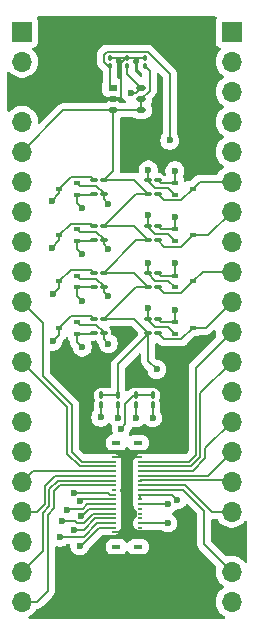
<source format=gbr>
%TF.GenerationSoftware,KiCad,Pcbnew,9.0.0*%
%TF.CreationDate,2025-04-08T23:38:32-04:00*%
%TF.ProjectId,pideck,70696465-636b-42e6-9b69-6361645f7063,rev?*%
%TF.SameCoordinates,Original*%
%TF.FileFunction,Copper,L1,Top*%
%TF.FilePolarity,Positive*%
%FSLAX46Y46*%
G04 Gerber Fmt 4.6, Leading zero omitted, Abs format (unit mm)*
G04 Created by KiCad (PCBNEW 9.0.0) date 2025-04-08 23:38:32*
%MOMM*%
%LPD*%
G01*
G04 APERTURE LIST*
G04 Aperture macros list*
%AMRoundRect*
0 Rectangle with rounded corners*
0 $1 Rounding radius*
0 $2 $3 $4 $5 $6 $7 $8 $9 X,Y pos of 4 corners*
0 Add a 4 corners polygon primitive as box body*
4,1,4,$2,$3,$4,$5,$6,$7,$8,$9,$2,$3,0*
0 Add four circle primitives for the rounded corners*
1,1,$1+$1,$2,$3*
1,1,$1+$1,$4,$5*
1,1,$1+$1,$6,$7*
1,1,$1+$1,$8,$9*
0 Add four rect primitives between the rounded corners*
20,1,$1+$1,$2,$3,$4,$5,0*
20,1,$1+$1,$4,$5,$6,$7,0*
20,1,$1+$1,$6,$7,$8,$9,0*
20,1,$1+$1,$8,$9,$2,$3,0*%
G04 Aperture macros list end*
%TA.AperFunction,SMDPad,CuDef*%
%ADD10RoundRect,0.100000X0.217500X0.100000X-0.217500X0.100000X-0.217500X-0.100000X0.217500X-0.100000X0*%
%TD*%
%TA.AperFunction,SMDPad,CuDef*%
%ADD11RoundRect,0.100000X-0.217500X-0.100000X0.217500X-0.100000X0.217500X0.100000X-0.217500X0.100000X0*%
%TD*%
%TA.AperFunction,SMDPad,CuDef*%
%ADD12R,0.584200X0.355600*%
%TD*%
%TA.AperFunction,SMDPad,CuDef*%
%ADD13RoundRect,0.100000X0.100000X-0.217500X0.100000X0.217500X-0.100000X0.217500X-0.100000X-0.217500X0*%
%TD*%
%TA.AperFunction,SMDPad,CuDef*%
%ADD14RoundRect,0.100000X-0.100000X0.130000X-0.100000X-0.130000X0.100000X-0.130000X0.100000X0.130000X0*%
%TD*%
%TA.AperFunction,SMDPad,CuDef*%
%ADD15RoundRect,0.100000X0.100000X-0.130000X0.100000X0.130000X-0.100000X0.130000X-0.100000X-0.130000X0*%
%TD*%
%TA.AperFunction,SMDPad,CuDef*%
%ADD16R,0.800000X0.550000*%
%TD*%
%TA.AperFunction,SMDPad,CuDef*%
%ADD17O,0.800000X0.550000*%
%TD*%
%TA.AperFunction,SMDPad,CuDef*%
%ADD18R,0.420000X0.230000*%
%TD*%
%TA.AperFunction,SMDPad,CuDef*%
%ADD19R,0.750000X0.300000*%
%TD*%
%TA.AperFunction,ComponentPad*%
%ADD20R,1.700000X1.700000*%
%TD*%
%TA.AperFunction,ComponentPad*%
%ADD21O,1.700000X1.700000*%
%TD*%
%TA.AperFunction,ViaPad*%
%ADD22C,0.600000*%
%TD*%
%TA.AperFunction,Conductor*%
%ADD23C,0.200000*%
%TD*%
G04 APERTURE END LIST*
D10*
%TO.P,R12,2*%
%TO.N,TP_SHUTDOWN_3V3*%
X132842500Y-88357050D03*
%TO.P,R12,1*%
%TO.N,KB_BLK_LED_A*%
X133657500Y-88357050D03*
%TD*%
D11*
%TO.P,R9,1*%
%TO.N,+1V8*%
X132842500Y-93453466D03*
%TO.P,R9,2*%
%TO.N,TP_MOTION_1V8*%
X133657500Y-93453466D03*
%TD*%
D12*
%TO.P,Q8,1,G*%
%TO.N,+1V8*%
X139688000Y-100365000D03*
%TO.P,Q8,2,S*%
%TO.N,PANNEL_BLK_LED_K_1V8*%
X139688000Y-101364998D03*
%TO.P,Q8,3,D*%
%TO.N,PANNEL_BLK_LED_K_3V3*%
X141212000Y-100864999D03*
%TD*%
%TO.P,Q3,1,G*%
%TO.N,+1V8*%
X131412000Y-93521665D03*
%TO.P,Q3,2,S*%
%TO.N,TP_MOTION_1V8*%
X131412000Y-92521667D03*
%TO.P,Q3,3,D*%
%TO.N,TP_MOTION_3V3*%
X129888000Y-93021666D03*
%TD*%
D10*
%TO.P,R6,1*%
%TO.N,KB_BLK_LED_A*%
X133657500Y-100122049D03*
%TO.P,R6,2*%
%TO.N,TP_SCL_3V3*%
X132842500Y-100122049D03*
%TD*%
D11*
%TO.P,R14,1*%
%TO.N,KB_BLK_LED_A*%
X137442500Y-89531800D03*
%TO.P,R14,2*%
%TO.N,TP_RESET_3V3*%
X138257500Y-89531800D03*
%TD*%
D13*
%TO.P,R1,1*%
%TO.N,TP_SCL_1V8*%
X136391667Y-107407500D03*
%TO.P,R1,2*%
%TO.N,+1V8*%
X136391667Y-106592500D03*
%TD*%
D10*
%TO.P,R8,1*%
%TO.N,KB_BLK_LED_A*%
X133657500Y-96200383D03*
%TO.P,R8,2*%
%TO.N,TP_SDA_3V3*%
X132842500Y-96200383D03*
%TD*%
D11*
%TO.P,R16,1*%
%TO.N,KB_BLK_LED_A*%
X137442500Y-93453466D03*
%TO.P,R16,2*%
%TO.N,TP_BLK_LED_K_3V3*%
X138257500Y-93453466D03*
%TD*%
D12*
%TO.P,Q2,1,G*%
%TO.N,+1V8*%
X131412000Y-97443332D03*
%TO.P,Q2,2,S*%
%TO.N,TP_SDA_1V8*%
X131412000Y-96443334D03*
%TO.P,Q2,3,D*%
%TO.N,TP_SDA_3V3*%
X129888000Y-96943333D03*
%TD*%
%TO.P,Q7,1,G*%
%TO.N,+1V8*%
X139688000Y-96443334D03*
%TO.P,Q7,2,S*%
%TO.N,KB_BLK_LED_K_1V8*%
X139688000Y-97443332D03*
%TO.P,Q7,3,D*%
%TO.N,KB_BLK_LED_K_3V3*%
X141212000Y-96943333D03*
%TD*%
D11*
%TO.P,R18,1*%
%TO.N,KB_BLK_LED_A*%
X137442500Y-97375133D03*
%TO.P,R18,2*%
%TO.N,KB_BLK_LED_K_3V3*%
X138257500Y-97375133D03*
%TD*%
D10*
%TO.P,R10,1*%
%TO.N,KB_BLK_LED_A*%
X133657500Y-92278716D03*
%TO.P,R10,2*%
%TO.N,TP_MOTION_3V3*%
X132842500Y-92278716D03*
%TD*%
D14*
%TO.P,C3,1*%
%TO.N,GND*%
X135675000Y-78055000D03*
%TO.P,C3,2*%
%TO.N,+1V8*%
X135675000Y-78695000D03*
%TD*%
D15*
%TO.P,C2,1*%
%TO.N,KB_BLK_LED_A*%
X137150000Y-78695000D03*
%TO.P,C2,2*%
%TO.N,GND*%
X137150000Y-78055000D03*
%TD*%
D13*
%TO.P,R4,1*%
%TO.N,TP_SDA_3V3*%
X134908333Y-107407500D03*
%TO.P,R4,2*%
%TO.N,KB_BLK_LED_A*%
X134908333Y-106592500D03*
%TD*%
D16*
%TO.P,LDO1,1,OUT2*%
%TO.N,+2V8*%
X134450000Y-80549999D03*
D17*
%TO.P,LDO1,2,GND*%
%TO.N,GND*%
X134450000Y-81500000D03*
%TO.P,LDO1,3,EN2*%
%TO.N,KB_BLK_LED_A*%
X134450000Y-82450001D03*
%TO.P,LDO1,4,EN1*%
X136850000Y-82450001D03*
%TO.P,LDO1,5,IN*%
X136850000Y-81500000D03*
%TO.P,LDO1,6,OUT1*%
%TO.N,+1V8*%
X136850000Y-80549999D03*
%TD*%
D11*
%TO.P,R7,1*%
%TO.N,+1V8*%
X132842500Y-97375133D03*
%TO.P,R7,2*%
%TO.N,TP_SDA_1V8*%
X133657500Y-97375133D03*
%TD*%
%TO.P,R20,1*%
%TO.N,KB_BLK_LED_A*%
X137442500Y-101296799D03*
%TO.P,R20,2*%
%TO.N,PANNEL_BLK_LED_K_3V3*%
X138257500Y-101296799D03*
%TD*%
D13*
%TO.P,R3,1*%
%TO.N,TP_SCL_3V3*%
X133425000Y-107407500D03*
%TO.P,R3,2*%
%TO.N,KB_BLK_LED_A*%
X133425000Y-106592500D03*
%TD*%
D10*
%TO.P,R15,1*%
%TO.N,+1V8*%
X138257500Y-92278716D03*
%TO.P,R15,2*%
%TO.N,TP_BLK_LED_K_1V8*%
X137442500Y-92278716D03*
%TD*%
D12*
%TO.P,Q6,1,G*%
%TO.N,+1V8*%
X139688000Y-92521667D03*
%TO.P,Q6,2,S*%
%TO.N,TP_BLK_LED_K_1V8*%
X139688000Y-93521665D03*
%TO.P,Q6,3,D*%
%TO.N,TP_BLK_LED_K_3V3*%
X141212000Y-93021666D03*
%TD*%
D11*
%TO.P,R11,1*%
%TO.N,+1V8*%
X132842500Y-89531800D03*
%TO.P,R11,2*%
%TO.N,TP_SHUTDOWN_1V8*%
X133657500Y-89531800D03*
%TD*%
D12*
%TO.P,Q1,1,G*%
%TO.N,+1V8*%
X131412000Y-101364998D03*
%TO.P,Q1,2,S*%
%TO.N,TP_SCL_1V8*%
X131412000Y-100365000D03*
%TO.P,Q1,3,D*%
%TO.N,TP_SCL_3V3*%
X129888000Y-100864999D03*
%TD*%
D18*
%TO.P,J3,1,1*%
%TO.N,GND*%
X136750000Y-111800000D03*
%TO.P,J3,2,2*%
X134570000Y-111800000D03*
%TO.P,J3,3,3*%
%TO.N,ROW7*%
X136750000Y-112200000D03*
%TO.P,J3,4,4*%
%TO.N,COL6*%
X134570000Y-112200000D03*
%TO.P,J3,5,5*%
%TO.N,ROW6*%
X136750000Y-112600000D03*
%TO.P,J3,6,6*%
%TO.N,COL5*%
X134570000Y-112600000D03*
%TO.P,J3,7,7*%
%TO.N,ROW5*%
X136750000Y-113000000D03*
%TO.P,J3,8,8*%
%TO.N,COL4*%
X134570000Y-113000000D03*
%TO.P,J3,9,9*%
%TO.N,ROW4*%
X136750000Y-113400000D03*
%TO.P,J3,10,10*%
%TO.N,COL3*%
X134570000Y-113400000D03*
%TO.P,J3,11,11*%
%TO.N,ROW3*%
X136750000Y-113800000D03*
%TO.P,J3,12,12*%
%TO.N,COL2*%
X134570000Y-113800000D03*
%TO.P,J3,13,13*%
%TO.N,ROW2*%
X136750000Y-114200000D03*
%TO.P,J3,14,14*%
%TO.N,COL1*%
X134570000Y-114200000D03*
%TO.P,J3,15,15*%
%TO.N,ROW1*%
X136750000Y-114600000D03*
%TO.P,J3,16,16*%
%TO.N,unconnected-(J3-Pad16)*%
X134570000Y-114600000D03*
%TO.P,J3,17,17*%
%TO.N,KB_BLK_LED_A*%
X136750000Y-115000000D03*
%TO.P,J3,18,18*%
%TO.N,TP_MOTION_1V8*%
X134570000Y-115000000D03*
%TO.P,J3,19,19*%
%TO.N,KB_BLK_LED_A*%
X136750000Y-115400000D03*
%TO.P,J3,20,20*%
%TO.N,TP_SHUTDOWN_1V8*%
X134570000Y-115400000D03*
%TO.P,J3,21,21*%
%TO.N,KB_BLK_LED_K_1V8*%
X136750000Y-115800000D03*
%TO.P,J3,22,22*%
%TO.N,TP_SCL_1V8*%
X134570000Y-115800000D03*
%TO.P,J3,23,23*%
%TO.N,unconnected-(J3-Pad23)*%
X136750000Y-116200000D03*
%TO.P,J3,24,24*%
%TO.N,TP_SDA_1V8*%
X134570000Y-116200000D03*
%TO.P,J3,25,25*%
%TO.N,unconnected-(J3-Pad25)*%
X136750000Y-116600000D03*
%TO.P,J3,26,26*%
%TO.N,+1V8*%
X134570000Y-116600000D03*
%TO.P,J3,27,27*%
%TO.N,unconnected-(J3-Pad27)*%
X136750000Y-117000000D03*
%TO.P,J3,28,28*%
%TO.N,TP_BLK_LED_K_1V8*%
X134570000Y-117000000D03*
%TO.P,J3,29,29*%
%TO.N,PANNEL_BLK_LED_K_1V8*%
X136750000Y-117400000D03*
%TO.P,J3,30,30*%
%TO.N,+2V8*%
X134570000Y-117400000D03*
%TO.P,J3,31,31*%
%TO.N,unconnected-(J3-Pad31)*%
X136750000Y-117800000D03*
%TO.P,J3,32,32*%
%TO.N,TP_RESET_1V8*%
X134570000Y-117800000D03*
%TO.P,J3,33,33*%
%TO.N,GND*%
X136750000Y-118200000D03*
%TO.P,J3,34,34*%
X134570000Y-118200000D03*
D19*
%TO.P,J3,S1*%
%TO.N,N/C*%
X136585000Y-110590000D03*
%TO.P,J3,S2*%
X134735000Y-110590000D03*
%TO.P,J3,S3*%
X136585000Y-119410000D03*
%TO.P,J3,S4*%
X134735000Y-119410000D03*
%TD*%
D10*
%TO.P,R17,1*%
%TO.N,+1V8*%
X138257500Y-96200383D03*
%TO.P,R17,2*%
%TO.N,KB_BLK_LED_K_1V8*%
X137442500Y-96200383D03*
%TD*%
%TO.P,R19,1*%
%TO.N,+1V8*%
X138257500Y-100122049D03*
%TO.P,R19,2*%
%TO.N,PANNEL_BLK_LED_K_1V8*%
X137442500Y-100122049D03*
%TD*%
D12*
%TO.P,Q5,1,G*%
%TO.N,+1V8*%
X139688000Y-88600001D03*
%TO.P,Q5,2,S*%
%TO.N,TP_RESET_1V8*%
X139688000Y-89599999D03*
%TO.P,Q5,3,D*%
%TO.N,TP_RESET_3V3*%
X141212000Y-89100000D03*
%TD*%
D11*
%TO.P,R5,1*%
%TO.N,+1V8*%
X132842500Y-101296799D03*
%TO.P,R5,2*%
%TO.N,TP_SCL_1V8*%
X133657500Y-101296799D03*
%TD*%
D10*
%TO.P,R13,1*%
%TO.N,+1V8*%
X138257500Y-88357050D03*
%TO.P,R13,2*%
%TO.N,TP_RESET_1V8*%
X137442500Y-88357050D03*
%TD*%
D14*
%TO.P,C1,1*%
%TO.N,GND*%
X134200000Y-78055000D03*
%TO.P,C1,2*%
%TO.N,+2V8*%
X134200000Y-78695000D03*
%TD*%
D13*
%TO.P,R2,1*%
%TO.N,TP_SDA_1V8*%
X137875000Y-107407500D03*
%TO.P,R2,2*%
%TO.N,+1V8*%
X137875000Y-106592500D03*
%TD*%
D12*
%TO.P,Q4,1,G*%
%TO.N,+1V8*%
X131412000Y-89599999D03*
%TO.P,Q4,2,S*%
%TO.N,TP_SHUTDOWN_1V8*%
X131412000Y-88600001D03*
%TO.P,Q4,3,D*%
%TO.N,TP_SHUTDOWN_3V3*%
X129888000Y-89100000D03*
%TD*%
D20*
%TO.P,J1,1,GP0*%
%TO.N,unconnected-(J1-GP0-Pad1)*%
X144500000Y-75800000D03*
D21*
%TO.P,J1,2,GP1*%
%TO.N,unconnected-(J1-GP1-Pad2)*%
X144500000Y-78340000D03*
%TO.P,J1,3,GND*%
%TO.N,unconnected-(J1-GND-Pad3)*%
X144500000Y-80880000D03*
%TO.P,J1,4,GP2*%
%TO.N,TP_MOTION_3V3*%
X144500000Y-83420000D03*
%TO.P,J1,5,GP3*%
%TO.N,TP_SHUTDOWN_3V3*%
X144500000Y-85960000D03*
%TO.P,J1,6,GP4*%
%TO.N,TP_RESET_3V3*%
X144500000Y-88500000D03*
%TO.P,J1,7,GP5*%
%TO.N,TP_BLK_LED_K_3V3*%
X144500000Y-91040000D03*
%TO.P,J1,8,GND*%
%TO.N,unconnected-(J1-GND-Pad8)*%
X144500000Y-93580000D03*
%TO.P,J1,9,GP6*%
%TO.N,KB_BLK_LED_K_3V3*%
X144500000Y-96120000D03*
%TO.P,J1,10,GP7*%
%TO.N,PANNEL_BLK_LED_K_3V3*%
X144500000Y-98660000D03*
%TO.P,J1,11,GP8*%
%TO.N,ROW7*%
X144500000Y-101200000D03*
%TO.P,J1,12,GP9*%
%TO.N,ROW6*%
X144500000Y-103740000D03*
%TO.P,J1,13,GND*%
%TO.N,unconnected-(J1-GND-Pad13)*%
X144500000Y-106280000D03*
%TO.P,J1,14,GP10*%
%TO.N,ROW5*%
X144500000Y-108820000D03*
%TO.P,J1,15,GP11*%
%TO.N,ROW4*%
X144500000Y-111360000D03*
%TO.P,J1,16,GP12*%
%TO.N,ROW3*%
X144500000Y-113900000D03*
%TO.P,J1,17,GP13*%
%TO.N,ROW2*%
X144500000Y-116440000D03*
%TO.P,J1,18,GND*%
%TO.N,GND*%
X144500000Y-118980000D03*
%TO.P,J1,19,GP14*%
%TO.N,ROW1*%
X144500000Y-121520000D03*
%TO.P,J1,20,GP15*%
%TO.N,unconnected-(J1-GP15-Pad20)*%
X144500000Y-124060000D03*
%TD*%
D20*
%TO.P,J2,1,VBUS*%
%TO.N,unconnected-(J2-VBUS-Pad1)*%
X126750000Y-75800000D03*
D21*
%TO.P,J2,2,Pin_2*%
%TO.N,unconnected-(J2-Pin_2-Pad2)*%
X126750000Y-78340000D03*
%TO.P,J2,3,GND*%
%TO.N,GND*%
X126750000Y-80880000D03*
%TO.P,J2,4,Pin_37*%
%TO.N,unconnected-(J2-Pin_37-Pad4)*%
X126750000Y-83420000D03*
%TO.P,J2,5,3V3*%
%TO.N,KB_BLK_LED_A*%
X126750000Y-85960000D03*
%TO.P,J2,6,Pin_35*%
%TO.N,unconnected-(J2-Pin_35-Pad6)*%
X126750000Y-88500000D03*
%TO.P,J2,7,GP28*%
%TO.N,unconnected-(J2-GP28-Pad7)*%
X126750000Y-91040000D03*
%TO.P,J2,8,GND*%
%TO.N,unconnected-(J2-GND-Pad8)*%
X126750000Y-93580000D03*
%TO.P,J2,9,GP27*%
%TO.N,unconnected-(J2-GP27-Pad9)*%
X126750000Y-96120000D03*
%TO.P,J2,10,GP26*%
%TO.N,COL6*%
X126750000Y-98660000D03*
%TO.P,J2,11,Pin_30*%
%TO.N,unconnected-(J2-Pin_30-Pad11)*%
X126750000Y-101200000D03*
%TO.P,J2,12,GP22*%
%TO.N,COL5*%
X126750000Y-103740000D03*
%TO.P,J2,13,GND*%
%TO.N,unconnected-(J2-GND-Pad13)*%
X126750000Y-106280000D03*
%TO.P,J2,14,GP21*%
%TO.N,TP_SCL_3V3*%
X126750000Y-108820000D03*
%TO.P,J2,15,GP20*%
%TO.N,TP_SDA_3V3*%
X126750000Y-111360000D03*
%TO.P,J2,16,GP19*%
%TO.N,COL4*%
X126750000Y-113900000D03*
%TO.P,J2,17,GP18*%
%TO.N,COL3*%
X126750000Y-116440000D03*
%TO.P,J2,18,GND*%
%TO.N,unconnected-(J2-GND-Pad18)*%
X126750000Y-118980000D03*
%TO.P,J2,19,GP17*%
%TO.N,COL2*%
X126750000Y-121520000D03*
%TO.P,J2,20,GP16*%
%TO.N,COL1*%
X126750000Y-124060000D03*
%TD*%
D22*
%TO.N,+1V8*%
X139700000Y-87575000D03*
X139700000Y-91475000D03*
X139700000Y-95425000D03*
X139700000Y-99325000D03*
%TO.N,GND*%
X140600000Y-118975000D03*
%TO.N,+2V8*%
X129975000Y-118600000D03*
X139250000Y-85000000D03*
%TO.N,KB_BLK_LED_A*%
X138150000Y-104400000D03*
X139900000Y-115450000D03*
%TO.N,+1V8*%
X135950000Y-80975000D03*
X131850000Y-94600000D03*
X135142000Y-109398000D03*
X130125000Y-117225000D03*
X131850000Y-98600000D03*
X131850000Y-102500000D03*
X131850000Y-90700000D03*
%TO.N,TP_SHUTDOWN_3V3*%
X129250000Y-90100000D03*
%TO.N,TP_MOTION_3V3*%
X129250000Y-94100000D03*
%TO.N,TP_SDA_3V3*%
X129350000Y-98000000D03*
X134900000Y-108525000D03*
%TO.N,TP_SCL_3V3*%
X133425000Y-108450000D03*
X129350000Y-102000000D03*
%TO.N,TP_SDA_1V8*%
X137809000Y-108509000D03*
X134050000Y-98200000D03*
X131713000Y-116825000D03*
%TO.N,TP_RESET_1V8*%
X137450000Y-87500000D03*
X131650000Y-119325000D03*
%TO.N,PANNEL_BLK_LED_K_1V8*%
X137450000Y-99200000D03*
X139100000Y-117400000D03*
%TO.N,TP_SCL_1V8*%
X136412000Y-108509000D03*
X130570000Y-116256000D03*
X134050000Y-102200000D03*
%TO.N,TP_BLK_LED_K_1V8*%
X137450000Y-91300000D03*
X131150000Y-117975000D03*
%TO.N,KB_BLK_LED_K_1V8*%
X139125000Y-115800000D03*
X137450000Y-95400000D03*
%TO.N,TP_MOTION_1V8*%
X134050000Y-94200000D03*
X131175000Y-114875000D03*
%TO.N,TP_SHUTDOWN_1V8*%
X131650000Y-115550000D03*
X134050000Y-90400000D03*
%TD*%
D23*
%TO.N,+1V8*%
X139688000Y-88600001D02*
X139688000Y-87587000D01*
X139688000Y-87587000D02*
X139700000Y-87575000D01*
X139688000Y-92521667D02*
X139688000Y-91487000D01*
X139688000Y-91487000D02*
X139700000Y-91475000D01*
X139688000Y-96443334D02*
X139688000Y-95437000D01*
X139688000Y-95437000D02*
X139700000Y-95425000D01*
X139688000Y-100365000D02*
X139688000Y-99337000D01*
X139688000Y-99337000D02*
X139700000Y-99325000D01*
%TO.N,GND*%
X134200000Y-78055000D02*
X137150000Y-78055000D01*
X134570000Y-118200000D02*
X134980000Y-118200000D01*
X135675000Y-78055000D02*
X135515130Y-78055000D01*
X134980000Y-118200000D02*
X135675000Y-117505000D01*
X136750000Y-118200000D02*
X137525000Y-118975000D01*
X136330000Y-111795000D02*
X134570000Y-111795000D01*
X136331000Y-111794000D02*
X136330000Y-111795000D01*
X136331000Y-111794000D02*
X136750000Y-111794000D01*
X136750000Y-118200000D02*
X134570000Y-118200000D01*
X137525000Y-118975000D02*
X140600000Y-118975000D01*
X135515130Y-78055000D02*
X135151000Y-78419130D01*
X127370000Y-81500000D02*
X126750000Y-80880000D01*
X135675000Y-117505000D02*
X135675000Y-112450000D01*
X135675000Y-112450000D02*
X136331000Y-111794000D01*
X134450000Y-81500000D02*
X127370000Y-81500000D01*
%TO.N,+2V8*%
X133931130Y-77524000D02*
X137418870Y-77524000D01*
X134200000Y-78695000D02*
X134200000Y-80299999D01*
X134200000Y-78695000D02*
X134000001Y-78695000D01*
X133699000Y-78393999D02*
X133699000Y-77756130D01*
X133699000Y-77756130D02*
X133931130Y-77524000D01*
X133134200Y-117400000D02*
X131958200Y-118576000D01*
X134200000Y-80299999D02*
X134450000Y-80549999D01*
X130151000Y-118576000D02*
X131958200Y-118576000D01*
X134570000Y-117400000D02*
X133134200Y-117400000D01*
X139250000Y-79355130D02*
X139250000Y-85000000D01*
X137418870Y-77524000D02*
X139250000Y-79355130D01*
X134000001Y-78695000D02*
X133699000Y-78393999D01*
%TO.N,KB_BLK_LED_A*%
X137442500Y-103692500D02*
X138150000Y-104400000D01*
X137442500Y-89531800D02*
X136404416Y-89531800D01*
X137442500Y-101407500D02*
X134908333Y-103941667D01*
X133657500Y-96200383D02*
X136267750Y-96200383D01*
X137442500Y-97375133D02*
X136404416Y-97375133D01*
X126750000Y-85960000D02*
X130259999Y-82450001D01*
X133657500Y-92278716D02*
X136267750Y-92278716D01*
X130259999Y-82450001D02*
X134450000Y-82450001D01*
X137150000Y-78695000D02*
X137551000Y-79096000D01*
X137551000Y-79096000D02*
X137551000Y-80799000D01*
X137442500Y-101296799D02*
X137442500Y-101407500D01*
X134450000Y-87564550D02*
X133657500Y-88357050D01*
X137442500Y-101296799D02*
X137442500Y-103692500D01*
X136267750Y-92278716D02*
X137442500Y-93453466D01*
X136267750Y-100122049D02*
X137442500Y-101296799D01*
X136267750Y-96200383D02*
X137442500Y-97375133D01*
X136267750Y-88357050D02*
X137442500Y-89531800D01*
X136404417Y-93453466D02*
X133657500Y-96200383D01*
X136750000Y-115000000D02*
X139450000Y-115000000D01*
X134450000Y-82450001D02*
X134450000Y-87564550D01*
X136404416Y-89531800D02*
X133657500Y-92278716D01*
X134908333Y-103941667D02*
X134908333Y-106592500D01*
X136750000Y-115000000D02*
X136750000Y-115400000D01*
X137551000Y-80799000D02*
X136850000Y-81500000D01*
X136850000Y-81500000D02*
X136850000Y-82450001D01*
X136850000Y-82450001D02*
X134450000Y-82450001D01*
X136404416Y-97375133D02*
X133657500Y-100122049D01*
X139450000Y-115000000D02*
X139900000Y-115450000D01*
X137442500Y-93453466D02*
X136404417Y-93453466D01*
X133657500Y-88357050D02*
X136267750Y-88357050D01*
X133657500Y-100122049D02*
X136267750Y-100122049D01*
X134908333Y-106592500D02*
X133425000Y-106592500D01*
%TO.N,+1V8*%
X131412000Y-97443332D02*
X131412000Y-98162000D01*
X131412000Y-101364998D02*
X132774301Y-101364998D01*
X135675000Y-79374999D02*
X136850000Y-80549999D01*
X131412000Y-94162000D02*
X131850000Y-94600000D01*
X131412000Y-89599999D02*
X131412000Y-90262000D01*
X134570000Y-116600000D02*
X132800000Y-116600000D01*
X135675000Y-78695000D02*
X135675000Y-79374999D01*
X131412000Y-90262000D02*
X131850000Y-90700000D01*
X138500451Y-92521667D02*
X138257500Y-92278716D01*
X135501000Y-107283168D02*
X135501000Y-109039000D01*
X136424999Y-80975000D02*
X135950000Y-80975000D01*
X131412000Y-98162000D02*
X131850000Y-98600000D01*
X139688000Y-92521667D02*
X138500451Y-92521667D01*
X135501000Y-109039000D02*
X135142000Y-109398000D01*
X131200000Y-117225000D02*
X130125000Y-117225000D01*
X131412000Y-93521665D02*
X131412000Y-94162000D01*
X136391667Y-106592500D02*
X136191668Y-106592500D01*
X138500451Y-96443334D02*
X138257500Y-96200383D01*
X131401000Y-117426000D02*
X131200000Y-117225000D01*
X131412000Y-93521665D02*
X132774301Y-93521665D01*
X136391667Y-106592500D02*
X137875000Y-106592500D01*
X136850000Y-80549999D02*
X136424999Y-80975000D01*
X131412000Y-102062000D02*
X131850000Y-102500000D01*
X139688000Y-96443334D02*
X138500451Y-96443334D01*
X131974000Y-117426000D02*
X131401000Y-117426000D01*
X139688000Y-100365000D02*
X138500451Y-100365000D01*
X139688000Y-88600001D02*
X138500451Y-88600001D01*
X131412000Y-101364998D02*
X131412000Y-102062000D01*
X131412000Y-89599999D02*
X132774301Y-89599999D01*
X138500451Y-88600001D02*
X138257500Y-88357050D01*
X132800000Y-116600000D02*
X131974000Y-117426000D01*
X138500451Y-100365000D02*
X138257500Y-100122049D01*
X136191668Y-106592500D02*
X135501000Y-107283168D01*
X131412000Y-97443332D02*
X132774301Y-97443332D01*
%TO.N,PANNEL_BLK_LED_K_3V3*%
X140233201Y-101843798D02*
X138804499Y-101843798D01*
X141212000Y-100864999D02*
X140233201Y-101843798D01*
X138804499Y-101843798D02*
X138257500Y-101296799D01*
X144500000Y-98660000D02*
X142295001Y-100864999D01*
X142295001Y-100864999D02*
X141212000Y-100864999D01*
%TO.N,ROW3*%
X144399000Y-113799000D02*
X136750000Y-113799000D01*
%TO.N,ROW5*%
X144500000Y-108820000D02*
X142250000Y-111070000D01*
X142250000Y-111934200D02*
X141187200Y-112997000D01*
X142250000Y-111070000D02*
X142250000Y-111934200D01*
X141187200Y-112997000D02*
X136750000Y-112997000D01*
%TO.N,ROW2*%
X140567100Y-114200000D02*
X136750000Y-114200000D01*
X144500000Y-116440000D02*
X142807100Y-116440000D01*
X142807100Y-116440000D02*
X140567100Y-114200000D01*
%TO.N,ROW1*%
X144500000Y-121520000D02*
X142175000Y-119195000D01*
X142175000Y-116375000D02*
X140400000Y-114600000D01*
X140400000Y-114600000D02*
X136750000Y-114600000D01*
X142175000Y-119195000D02*
X142175000Y-116375000D01*
%TO.N,ROW7*%
X144500000Y-101200000D02*
X141448000Y-104252000D01*
X140855000Y-112195000D02*
X136750000Y-112195000D01*
X141448000Y-111602000D02*
X140855000Y-112195000D01*
X141448000Y-104252000D02*
X141448000Y-111602000D01*
%TO.N,ROW6*%
X141849000Y-111768100D02*
X141021100Y-112596000D01*
X144500000Y-103740000D02*
X141849000Y-106391000D01*
X141849000Y-106391000D02*
X141849000Y-111768100D01*
X141021100Y-112596000D02*
X136750000Y-112596000D01*
%TO.N,ROW4*%
X142462000Y-113398000D02*
X136750000Y-113398000D01*
X144500000Y-111360000D02*
X142462000Y-113398000D01*
%TO.N,TP_SHUTDOWN_3V3*%
X130866799Y-88121201D02*
X129888000Y-89100000D01*
X129888000Y-89100000D02*
X129888000Y-89462000D01*
X132842500Y-88357050D02*
X132606651Y-88121201D01*
X132606651Y-88121201D02*
X130866799Y-88121201D01*
X129888000Y-89462000D02*
X129250000Y-90100000D01*
%TO.N,TP_BLK_LED_K_3V3*%
X141212000Y-93021666D02*
X140233201Y-94000465D01*
X140233201Y-94000465D02*
X138804499Y-94000465D01*
X144500000Y-91040000D02*
X142518334Y-93021666D01*
X138804499Y-94000465D02*
X138257500Y-93453466D01*
X142518334Y-93021666D02*
X141212000Y-93021666D01*
%TO.N,TP_RESET_3V3*%
X140233201Y-90078799D02*
X138804499Y-90078799D01*
X141812000Y-88500000D02*
X141212000Y-89100000D01*
X144500000Y-88500000D02*
X141812000Y-88500000D01*
X138804499Y-90078799D02*
X138257500Y-89531800D01*
X141212000Y-89100000D02*
X140233201Y-90078799D01*
%TO.N,KB_BLK_LED_K_3V3*%
X144500000Y-96120000D02*
X142035333Y-96120000D01*
X140233201Y-97922132D02*
X138804499Y-97922132D01*
X141212000Y-96943333D02*
X140233201Y-97922132D01*
X142035333Y-96120000D02*
X141212000Y-96943333D01*
X138804499Y-97922132D02*
X138257500Y-97375133D01*
%TO.N,TP_MOTION_3V3*%
X130866799Y-92042867D02*
X129888000Y-93021666D01*
X132842500Y-92278716D02*
X132606651Y-92042867D01*
X129888000Y-93462000D02*
X129250000Y-94100000D01*
X129888000Y-93021666D02*
X129888000Y-93462000D01*
X132606651Y-92042867D02*
X130866799Y-92042867D01*
%TO.N,COL1*%
X128922050Y-123162950D02*
X128025000Y-124060000D01*
X126750000Y-124060000D02*
X128025000Y-124060000D01*
X128922050Y-116687150D02*
X128922050Y-123162950D01*
X129477000Y-114715100D02*
X129477000Y-116132200D01*
X129477000Y-116132200D02*
X128922050Y-116687150D01*
X129992100Y-114200000D02*
X129477000Y-114715100D01*
X134570000Y-114200000D02*
X129992100Y-114200000D01*
%TO.N,COL2*%
X134570000Y-113800000D02*
X129825000Y-113800000D01*
X129825000Y-113800000D02*
X129076000Y-114549000D01*
X128521050Y-119748950D02*
X126750000Y-121520000D01*
X129076000Y-115966100D02*
X128521050Y-116521050D01*
X129076000Y-114549000D02*
X129076000Y-115966100D01*
X128521050Y-116521050D02*
X128521050Y-119748950D01*
%TO.N,COL3*%
X129576000Y-113399000D02*
X128675000Y-114300000D01*
X128675000Y-115800000D02*
X128035000Y-116440000D01*
X128675000Y-114300000D02*
X128675000Y-115800000D01*
X128035000Y-116440000D02*
X126750000Y-116440000D01*
X134569000Y-113399000D02*
X129576000Y-113399000D01*
%TO.N,COL6*%
X128538550Y-104961450D02*
X130976000Y-107398900D01*
X130976000Y-107398900D02*
X130976000Y-111383900D01*
X130976000Y-111383900D02*
X131788100Y-112196000D01*
X131788100Y-112196000D02*
X134570000Y-112196000D01*
X128538550Y-100448550D02*
X128538550Y-104961450D01*
X126750000Y-98660000D02*
X128538550Y-100448550D01*
%TO.N,TP_SDA_3V3*%
X134900000Y-108525000D02*
X134900000Y-107415833D01*
X132842500Y-96200383D02*
X132606651Y-95964534D01*
X132606651Y-95964534D02*
X130866799Y-95964534D01*
X129888000Y-96943333D02*
X129888000Y-97462000D01*
X129888000Y-97462000D02*
X129350000Y-98000000D01*
X130866799Y-95964534D02*
X129888000Y-96943333D01*
%TO.N,TP_SCL_3V3*%
X133425000Y-108400000D02*
X133375000Y-108450000D01*
X129888000Y-100864999D02*
X129888000Y-101462000D01*
X132842500Y-100122049D02*
X132606651Y-99886200D01*
X129888000Y-101462000D02*
X129350000Y-102000000D01*
X132606651Y-99886200D02*
X130866799Y-99886200D01*
X133425000Y-107357500D02*
X133425000Y-108400000D01*
X130866799Y-99886200D02*
X129888000Y-100864999D01*
%TO.N,COL4*%
X127652000Y-112998000D02*
X126750000Y-113900000D01*
X134570000Y-112998000D02*
X127652000Y-112998000D01*
%TO.N,COL5*%
X130575000Y-107565000D02*
X126750000Y-103740000D01*
X130575000Y-111550000D02*
X130575000Y-107565000D01*
X134567000Y-112597000D02*
X131622000Y-112597000D01*
X131622000Y-112597000D02*
X130575000Y-111550000D01*
%TO.N,TP_SDA_1V8*%
X132425000Y-116200000D02*
X131800000Y-116825000D01*
X131800000Y-116825000D02*
X131713000Y-116825000D01*
X137875000Y-108443000D02*
X137809000Y-108509000D01*
X131670049Y-96701383D02*
X131412000Y-96443334D01*
X133657500Y-97302763D02*
X133056120Y-96701383D01*
X133657500Y-97375133D02*
X133657500Y-97807500D01*
X133056120Y-96701383D02*
X131670049Y-96701383D01*
X133657500Y-97807500D02*
X134050000Y-98200000D01*
X134570000Y-116200000D02*
X132425000Y-116200000D01*
X137875000Y-107407500D02*
X137875000Y-108443000D01*
%TO.N,TP_RESET_1V8*%
X139118801Y-89030800D02*
X139688000Y-89599999D01*
X137442500Y-87507500D02*
X137450000Y-87500000D01*
X131775000Y-119325000D02*
X131650000Y-119325000D01*
X133300000Y-117800000D02*
X131775000Y-119325000D01*
X138043880Y-89030800D02*
X139118801Y-89030800D01*
X134570000Y-117800000D02*
X133300000Y-117800000D01*
X137442500Y-88357050D02*
X137442500Y-87507500D01*
X137442500Y-88429420D02*
X138043880Y-89030800D01*
%TO.N,PANNEL_BLK_LED_K_1V8*%
X137442500Y-100194419D02*
X138043880Y-100795799D01*
X138043880Y-100795799D02*
X139118801Y-100795799D01*
X137442500Y-99207500D02*
X137450000Y-99200000D01*
X136750000Y-117400000D02*
X139100000Y-117400000D01*
X137442500Y-100122049D02*
X137442500Y-99207500D01*
X139118801Y-100795799D02*
X139688000Y-101364998D01*
%TO.N,TP_SCL_1V8*%
X136391667Y-108488667D02*
X136412000Y-108509000D01*
X133056120Y-100623049D02*
X131670049Y-100623049D01*
X132250000Y-115800000D02*
X131875000Y-116175000D01*
X130651000Y-116175000D02*
X131875000Y-116175000D01*
X136391667Y-107407500D02*
X136391667Y-108488667D01*
X133657500Y-101296799D02*
X133657500Y-101807500D01*
X130651000Y-116175000D02*
X130570000Y-116256000D01*
X131670049Y-100623049D02*
X131412000Y-100365000D01*
X133657500Y-101807500D02*
X134050000Y-102200000D01*
X134570000Y-115800000D02*
X132250000Y-115800000D01*
X133657500Y-101224429D02*
X133056120Y-100623049D01*
%TO.N,TP_BLK_LED_K_1V8*%
X137442500Y-91307500D02*
X137450000Y-91300000D01*
X132967100Y-117000000D02*
X131992100Y-117975000D01*
X139118801Y-92952466D02*
X138043880Y-92952466D01*
X138043880Y-92952466D02*
X137442500Y-92351086D01*
X137442500Y-92278716D02*
X137442500Y-91307500D01*
X134570000Y-117000000D02*
X132967100Y-117000000D01*
X131992100Y-117975000D02*
X131150000Y-117975000D01*
X139688000Y-93521665D02*
X139118801Y-92952466D01*
%TO.N,KB_BLK_LED_K_1V8*%
X137442500Y-96272753D02*
X138043880Y-96874133D01*
X136750000Y-115800000D02*
X139125000Y-115800000D01*
X138043880Y-96874133D02*
X139118801Y-96874133D01*
X137442500Y-95407500D02*
X137450000Y-95400000D01*
X137442500Y-96200383D02*
X137442500Y-95407500D01*
X139118801Y-96874133D02*
X139688000Y-97443332D01*
%TO.N,TP_MOTION_1V8*%
X134035000Y-114875000D02*
X134160000Y-115000000D01*
X131670049Y-92779716D02*
X131412000Y-92521667D01*
X133657500Y-93381096D02*
X133056120Y-92779716D01*
X133657500Y-93807500D02*
X134050000Y-94200000D01*
X131175000Y-114875000D02*
X134035000Y-114875000D01*
X133056120Y-92779716D02*
X131670049Y-92779716D01*
X133657500Y-93453466D02*
X133657500Y-93807500D01*
X134160000Y-115000000D02*
X134570000Y-115000000D01*
%TO.N,TP_SHUTDOWN_1V8*%
X133056120Y-88858050D02*
X131670049Y-88858050D01*
X131670049Y-88858050D02*
X131412000Y-88600001D01*
X134570000Y-115400000D02*
X131800000Y-115400000D01*
X131800000Y-115400000D02*
X131650000Y-115550000D01*
X133657500Y-90007500D02*
X134050000Y-90400000D01*
X133657500Y-89531800D02*
X133657500Y-90007500D01*
X133657500Y-89459430D02*
X133056120Y-88858050D01*
%TO.N,GND*%
X135151000Y-81399000D02*
X135050000Y-81500000D01*
X135151000Y-78419130D02*
X135151000Y-81399000D01*
X135050000Y-81500000D02*
X134450000Y-81500000D01*
%TD*%
%TA.AperFunction,Conductor*%
%TO.N,GND*%
G36*
X136034692Y-100742234D02*
G01*
X136055334Y-100758868D01*
X136560934Y-101264468D01*
X136594419Y-101325791D01*
X136589435Y-101395483D01*
X136560934Y-101439830D01*
X134427814Y-103572949D01*
X134427808Y-103572957D01*
X134388260Y-103641458D01*
X134388260Y-103641459D01*
X134348756Y-103709882D01*
X134307832Y-103862610D01*
X134307832Y-103862612D01*
X134307832Y-104030713D01*
X134307833Y-104030726D01*
X134307833Y-105868000D01*
X134288148Y-105935039D01*
X134235344Y-105980794D01*
X134183833Y-105992000D01*
X133345943Y-105992000D01*
X133193216Y-106032923D01*
X133193209Y-106032926D01*
X133056290Y-106111975D01*
X133056282Y-106111981D01*
X132944481Y-106223782D01*
X132944475Y-106223790D01*
X132865426Y-106360709D01*
X132865423Y-106360716D01*
X132824500Y-106513443D01*
X132824500Y-106671557D01*
X132859573Y-106802449D01*
X132865423Y-106824283D01*
X132865423Y-106824284D01*
X132916643Y-106913001D01*
X132933114Y-106980901D01*
X132916643Y-107036999D01*
X132865423Y-107125715D01*
X132865423Y-107125716D01*
X132824500Y-107278443D01*
X132824500Y-107870234D01*
X132804815Y-107937273D01*
X132803602Y-107939125D01*
X132715609Y-108070814D01*
X132715602Y-108070827D01*
X132655264Y-108216498D01*
X132655261Y-108216510D01*
X132624500Y-108371153D01*
X132624500Y-108528846D01*
X132655261Y-108683489D01*
X132655264Y-108683501D01*
X132715602Y-108829172D01*
X132715609Y-108829185D01*
X132803210Y-108960288D01*
X132803213Y-108960292D01*
X132914707Y-109071786D01*
X132914711Y-109071789D01*
X133045814Y-109159390D01*
X133045827Y-109159397D01*
X133188268Y-109218397D01*
X133191503Y-109219737D01*
X133335420Y-109248364D01*
X133346153Y-109250499D01*
X133346156Y-109250500D01*
X133346158Y-109250500D01*
X133503844Y-109250500D01*
X133503845Y-109250499D01*
X133658497Y-109219737D01*
X133791845Y-109164503D01*
X133804172Y-109159397D01*
X133804172Y-109159396D01*
X133804179Y-109159394D01*
X133935289Y-109071789D01*
X134046789Y-108960289D01*
X134046791Y-108960285D01*
X134048634Y-108958443D01*
X134061736Y-108951288D01*
X134071775Y-108940245D01*
X134091778Y-108934884D01*
X134109957Y-108924958D01*
X134124845Y-108926022D01*
X134139263Y-108922159D01*
X134158991Y-108928464D01*
X134179649Y-108929942D01*
X134192709Y-108939241D01*
X134205816Y-108943431D01*
X134223320Y-108961039D01*
X134231933Y-108967172D01*
X134235935Y-108972019D01*
X134278211Y-109035289D01*
X134335403Y-109092481D01*
X134339165Y-109097037D01*
X134350689Y-109123947D01*
X134364714Y-109149631D01*
X134364778Y-109156844D01*
X134366671Y-109161264D01*
X134364911Y-109171730D01*
X134365165Y-109200180D01*
X134341500Y-109319153D01*
X134341500Y-109476846D01*
X134372261Y-109631489D01*
X134372264Y-109631501D01*
X134428823Y-109768048D01*
X134436292Y-109837517D01*
X134405016Y-109899996D01*
X134344927Y-109935648D01*
X134314285Y-109939500D01*
X134312141Y-109939500D01*
X134312123Y-109939501D01*
X134252516Y-109945908D01*
X134117671Y-109996202D01*
X134117664Y-109996206D01*
X134002455Y-110082452D01*
X134002452Y-110082455D01*
X133916206Y-110197664D01*
X133916202Y-110197671D01*
X133865910Y-110332513D01*
X133865909Y-110332517D01*
X133859500Y-110392127D01*
X133859500Y-110392134D01*
X133859500Y-110392135D01*
X133859500Y-110787870D01*
X133859501Y-110787876D01*
X133865908Y-110847483D01*
X133916202Y-110982328D01*
X133916206Y-110982335D01*
X134002452Y-111097544D01*
X134002455Y-111097547D01*
X134117664Y-111183793D01*
X134117671Y-111183797D01*
X134252517Y-111234091D01*
X134252516Y-111234091D01*
X134259444Y-111234835D01*
X134312127Y-111240500D01*
X135157872Y-111240499D01*
X135217483Y-111234091D01*
X135352331Y-111183796D01*
X135467546Y-111097546D01*
X135507810Y-111043760D01*
X135559112Y-110975231D01*
X135561382Y-110976930D01*
X135600565Y-110937743D01*
X135668837Y-110922886D01*
X135734303Y-110947298D01*
X135759443Y-110976311D01*
X135760888Y-110975231D01*
X135852452Y-111097544D01*
X135852455Y-111097547D01*
X135967664Y-111183793D01*
X135967671Y-111183797D01*
X136102517Y-111234091D01*
X136102516Y-111234091D01*
X136109444Y-111234835D01*
X136162127Y-111240500D01*
X137007872Y-111240499D01*
X137067483Y-111234091D01*
X137202331Y-111183796D01*
X137317546Y-111097546D01*
X137403796Y-110982331D01*
X137454091Y-110847483D01*
X137460500Y-110787873D01*
X137460499Y-110392128D01*
X137454091Y-110332517D01*
X137453113Y-110329896D01*
X137403797Y-110197671D01*
X137403793Y-110197664D01*
X137317547Y-110082455D01*
X137317544Y-110082452D01*
X137202335Y-109996206D01*
X137202328Y-109996202D01*
X137067482Y-109945908D01*
X137067483Y-109945908D01*
X137007883Y-109939501D01*
X137007881Y-109939500D01*
X137007873Y-109939500D01*
X137007864Y-109939500D01*
X136162129Y-109939500D01*
X136162123Y-109939501D01*
X136102516Y-109945908D01*
X135977625Y-109992490D01*
X135907933Y-109997474D01*
X135846610Y-109963989D01*
X135813126Y-109902665D01*
X135818111Y-109832974D01*
X135831190Y-109807417D01*
X135838918Y-109795849D01*
X135851394Y-109777179D01*
X135911737Y-109631497D01*
X135942500Y-109476842D01*
X135942500Y-109476839D01*
X135942637Y-109476151D01*
X135959948Y-109433287D01*
X135967147Y-109422088D01*
X135981520Y-109407716D01*
X136026749Y-109329375D01*
X136028339Y-109326903D01*
X136052601Y-109305886D01*
X136075824Y-109283743D01*
X136078833Y-109283162D01*
X136081150Y-109281156D01*
X136112913Y-109276594D01*
X136144431Y-109270519D01*
X136148375Y-109271500D01*
X136150310Y-109271223D01*
X136153962Y-109272891D01*
X136172516Y-109277510D01*
X136172680Y-109276970D01*
X136178499Y-109278735D01*
X136178503Y-109278737D01*
X136178507Y-109278737D01*
X136178511Y-109278739D01*
X136333153Y-109309499D01*
X136333156Y-109309500D01*
X136333158Y-109309500D01*
X136490844Y-109309500D01*
X136490845Y-109309499D01*
X136645497Y-109278737D01*
X136791179Y-109218394D01*
X136922289Y-109130789D01*
X136956041Y-109097037D01*
X137022819Y-109030260D01*
X137084142Y-108996775D01*
X137153834Y-109001759D01*
X137198181Y-109030260D01*
X137298707Y-109130786D01*
X137298711Y-109130789D01*
X137429814Y-109218390D01*
X137429827Y-109218397D01*
X137557362Y-109271223D01*
X137575503Y-109278737D01*
X137730153Y-109309499D01*
X137730156Y-109309500D01*
X137730158Y-109309500D01*
X137887844Y-109309500D01*
X137887845Y-109309499D01*
X138042497Y-109278737D01*
X138188179Y-109218394D01*
X138319289Y-109130789D01*
X138430789Y-109019289D01*
X138518394Y-108888179D01*
X138578737Y-108742497D01*
X138609500Y-108587842D01*
X138609500Y-108430158D01*
X138609500Y-108430155D01*
X138609499Y-108430153D01*
X138597763Y-108371153D01*
X138578737Y-108275503D01*
X138578735Y-108275498D01*
X138518397Y-108129828D01*
X138518396Y-108129827D01*
X138518394Y-108129821D01*
X138496396Y-108096899D01*
X138475520Y-108030222D01*
X138475500Y-108028010D01*
X138475500Y-107328445D01*
X138475500Y-107328443D01*
X138434577Y-107175716D01*
X138368922Y-107061998D01*
X138352450Y-106994100D01*
X138368922Y-106938002D01*
X138434577Y-106824284D01*
X138475500Y-106671557D01*
X138475500Y-106513443D01*
X138434577Y-106360716D01*
X138369445Y-106247903D01*
X138355524Y-106223790D01*
X138355518Y-106223782D01*
X138243717Y-106111981D01*
X138243709Y-106111975D01*
X138106790Y-106032926D01*
X138106786Y-106032924D01*
X138106784Y-106032923D01*
X137954057Y-105992000D01*
X136470724Y-105992000D01*
X136270725Y-105992000D01*
X136112611Y-105992000D01*
X135959883Y-106032923D01*
X135959882Y-106032923D01*
X135959880Y-106032924D01*
X135959877Y-106032925D01*
X135909764Y-106061859D01*
X135909763Y-106061860D01*
X135866357Y-106086920D01*
X135822953Y-106111979D01*
X135822950Y-106111981D01*
X135720514Y-106214418D01*
X135659191Y-106247903D01*
X135589499Y-106242919D01*
X135533566Y-106201047D01*
X135509149Y-106135583D01*
X135508833Y-106126737D01*
X135508833Y-104241764D01*
X135528518Y-104174725D01*
X135545152Y-104154083D01*
X136630319Y-103068916D01*
X136691642Y-103035431D01*
X136761334Y-103040415D01*
X136817267Y-103082287D01*
X136841684Y-103147751D01*
X136842000Y-103156597D01*
X136842000Y-103605830D01*
X136841999Y-103605848D01*
X136841999Y-103771554D01*
X136841998Y-103771554D01*
X136882923Y-103924286D01*
X136882924Y-103924287D01*
X136910347Y-103971785D01*
X136961980Y-104061216D01*
X136961982Y-104061218D01*
X137080849Y-104180085D01*
X137080855Y-104180090D01*
X137315425Y-104414660D01*
X137348910Y-104475983D01*
X137349361Y-104478149D01*
X137380261Y-104633491D01*
X137380264Y-104633501D01*
X137440602Y-104779172D01*
X137440609Y-104779185D01*
X137528210Y-104910288D01*
X137528213Y-104910292D01*
X137639707Y-105021786D01*
X137639711Y-105021789D01*
X137770814Y-105109390D01*
X137770827Y-105109397D01*
X137916498Y-105169735D01*
X137916503Y-105169737D01*
X138071153Y-105200499D01*
X138071156Y-105200500D01*
X138071158Y-105200500D01*
X138228844Y-105200500D01*
X138228845Y-105200499D01*
X138383497Y-105169737D01*
X138529179Y-105109394D01*
X138660289Y-105021789D01*
X138771789Y-104910289D01*
X138859394Y-104779179D01*
X138919737Y-104633497D01*
X138950500Y-104478842D01*
X138950500Y-104321158D01*
X138950500Y-104321155D01*
X138950499Y-104321153D01*
X138924491Y-104190402D01*
X138919737Y-104166503D01*
X138876126Y-104061216D01*
X138859397Y-104020827D01*
X138859390Y-104020814D01*
X138771789Y-103889711D01*
X138771786Y-103889707D01*
X138660292Y-103778213D01*
X138660288Y-103778210D01*
X138529185Y-103690609D01*
X138529172Y-103690602D01*
X138383501Y-103630264D01*
X138383491Y-103630261D01*
X138228149Y-103599361D01*
X138211392Y-103590595D01*
X138192914Y-103586576D01*
X138167877Y-103567833D01*
X138166238Y-103566976D01*
X138164660Y-103565425D01*
X138079319Y-103480084D01*
X138045834Y-103418761D01*
X138043000Y-103392403D01*
X138043000Y-102230896D01*
X138062685Y-102163857D01*
X138115489Y-102118102D01*
X138184647Y-102108158D01*
X138248203Y-102137183D01*
X138254681Y-102143215D01*
X138319638Y-102208172D01*
X138319648Y-102208183D01*
X138323978Y-102212513D01*
X138323979Y-102212514D01*
X138435783Y-102324318D01*
X138435785Y-102324319D01*
X138435789Y-102324322D01*
X138572708Y-102403371D01*
X138572711Y-102403373D01*
X138572715Y-102403375D01*
X138674753Y-102430716D01*
X138674752Y-102430716D01*
X138685102Y-102433489D01*
X138725441Y-102444298D01*
X138725442Y-102444298D01*
X140146532Y-102444298D01*
X140146548Y-102444299D01*
X140154144Y-102444299D01*
X140312255Y-102444299D01*
X140312258Y-102444299D01*
X140464986Y-102403375D01*
X140525017Y-102368716D01*
X140525018Y-102368716D01*
X140601910Y-102324322D01*
X140601909Y-102324322D01*
X140601917Y-102324318D01*
X140713721Y-102212514D01*
X140713721Y-102212512D01*
X140723925Y-102202309D01*
X140723929Y-102202304D01*
X141346616Y-101579617D01*
X141407939Y-101546132D01*
X141434297Y-101543298D01*
X141551971Y-101543298D01*
X141551972Y-101543298D01*
X141611583Y-101536890D01*
X141746431Y-101486595D01*
X141746434Y-101486592D01*
X141754214Y-101482345D01*
X141755654Y-101484982D01*
X141807022Y-101465816D01*
X141815883Y-101465499D01*
X142208332Y-101465499D01*
X142208348Y-101465500D01*
X142215944Y-101465500D01*
X142374055Y-101465500D01*
X142374058Y-101465500D01*
X142526786Y-101424576D01*
X142611171Y-101375856D01*
X142618228Y-101371782D01*
X142663710Y-101345523D01*
X142663709Y-101345523D01*
X142663717Y-101345519D01*
X142775521Y-101233715D01*
X142775521Y-101233713D01*
X142785721Y-101223514D01*
X142785725Y-101223509D01*
X142937821Y-101071412D01*
X142999142Y-101037930D01*
X143068834Y-101042914D01*
X143124767Y-101084786D01*
X143149184Y-101150250D01*
X143149500Y-101159096D01*
X143149500Y-101306287D01*
X143160519Y-101375855D01*
X143182754Y-101516244D01*
X143182754Y-101516247D01*
X143196491Y-101558523D01*
X143198486Y-101628364D01*
X143166241Y-101684522D01*
X141079286Y-103771478D01*
X140967481Y-103883282D01*
X140967479Y-103883285D01*
X140917361Y-103970094D01*
X140917359Y-103970096D01*
X140888425Y-104020209D01*
X140888424Y-104020210D01*
X140878769Y-104056243D01*
X140847499Y-104172943D01*
X140847499Y-104172945D01*
X140847499Y-104341046D01*
X140847500Y-104341059D01*
X140847500Y-111301902D01*
X140838855Y-111331342D01*
X140832332Y-111361329D01*
X140828577Y-111366344D01*
X140827815Y-111368941D01*
X140811185Y-111389578D01*
X140642582Y-111558182D01*
X140581261Y-111591666D01*
X140554903Y-111594500D01*
X136670943Y-111594500D01*
X136518216Y-111635423D01*
X136518209Y-111635426D01*
X136381290Y-111714475D01*
X136381282Y-111714481D01*
X136269481Y-111826282D01*
X136269475Y-111826290D01*
X136190426Y-111963209D01*
X136190423Y-111963216D01*
X136149500Y-112115943D01*
X136149500Y-112274058D01*
X136173440Y-112363408D01*
X136173440Y-112427592D01*
X136149500Y-112516941D01*
X136149500Y-112675058D01*
X136173440Y-112764408D01*
X136173440Y-112828592D01*
X136149500Y-112917941D01*
X136149500Y-113076058D01*
X136173440Y-113165408D01*
X136173440Y-113229592D01*
X136149500Y-113318941D01*
X136149500Y-113477058D01*
X136173440Y-113566408D01*
X136173440Y-113630592D01*
X136149500Y-113719941D01*
X136149500Y-113878058D01*
X136173440Y-113967408D01*
X136173440Y-114031592D01*
X136149500Y-114120941D01*
X136149500Y-114279058D01*
X136173306Y-114367908D01*
X136173306Y-114432092D01*
X136149500Y-114520941D01*
X136149500Y-114679058D01*
X136173306Y-114767908D01*
X136173306Y-114832092D01*
X136149500Y-114920941D01*
X136149500Y-115479058D01*
X136173306Y-115567908D01*
X136173306Y-115632092D01*
X136149500Y-115720941D01*
X136149500Y-115879056D01*
X136190423Y-116031783D01*
X136190426Y-116031790D01*
X136269475Y-116168709D01*
X136269479Y-116168714D01*
X136269480Y-116168716D01*
X136381284Y-116280520D01*
X136411850Y-116298167D01*
X136460065Y-116348732D01*
X136473289Y-116417339D01*
X136464415Y-116452998D01*
X136464170Y-116453588D01*
X136459500Y-116477067D01*
X136459500Y-116722932D01*
X136464169Y-116746408D01*
X136464412Y-116746993D01*
X136464559Y-116748369D01*
X136466553Y-116758389D01*
X136465656Y-116758567D01*
X136471879Y-116816463D01*
X136440604Y-116878941D01*
X136411854Y-116901829D01*
X136381287Y-116919478D01*
X136381281Y-116919482D01*
X136269481Y-117031282D01*
X136269475Y-117031290D01*
X136190426Y-117168209D01*
X136190423Y-117168216D01*
X136149500Y-117320943D01*
X136149500Y-117479057D01*
X136181777Y-117599514D01*
X136190423Y-117631783D01*
X136190426Y-117631790D01*
X136269475Y-117768709D01*
X136269479Y-117768714D01*
X136269480Y-117768716D01*
X136381284Y-117880520D01*
X136381286Y-117880521D01*
X136381290Y-117880524D01*
X136419511Y-117902591D01*
X136460614Y-117941087D01*
X136481962Y-117973037D01*
X136508590Y-117990829D01*
X136508591Y-117990830D01*
X136532067Y-117995499D01*
X136532070Y-117995500D01*
X136532072Y-117995500D01*
X136635958Y-117995500D01*
X136668045Y-117999723D01*
X136670943Y-118000500D01*
X138520234Y-118000500D01*
X138587273Y-118020185D01*
X138589125Y-118021398D01*
X138720814Y-118109390D01*
X138720827Y-118109397D01*
X138864021Y-118168709D01*
X138866503Y-118169737D01*
X139021153Y-118200499D01*
X139021156Y-118200500D01*
X139021158Y-118200500D01*
X139178844Y-118200500D01*
X139178845Y-118200499D01*
X139333497Y-118169737D01*
X139479179Y-118109394D01*
X139610289Y-118021789D01*
X139721789Y-117910289D01*
X139809394Y-117779179D01*
X139813728Y-117768717D01*
X139845689Y-117691555D01*
X139869737Y-117633497D01*
X139900500Y-117478842D01*
X139900500Y-117321158D01*
X139900500Y-117321155D01*
X139900499Y-117321153D01*
X139879400Y-117215082D01*
X139869737Y-117166503D01*
X139849397Y-117117397D01*
X139809397Y-117020827D01*
X139809390Y-117020814D01*
X139721789Y-116889711D01*
X139721786Y-116889707D01*
X139610292Y-116778213D01*
X139610288Y-116778210D01*
X139510381Y-116711454D01*
X139465576Y-116657842D01*
X139456869Y-116588517D01*
X139487024Y-116525489D01*
X139510381Y-116505250D01*
X139619866Y-116432094D01*
X139635289Y-116421789D01*
X139746789Y-116310289D01*
X139749912Y-116305615D01*
X139803522Y-116260807D01*
X139853018Y-116250500D01*
X139978844Y-116250500D01*
X139978845Y-116250499D01*
X140133497Y-116219737D01*
X140256674Y-116168716D01*
X140279172Y-116159397D01*
X140279172Y-116159396D01*
X140279179Y-116159394D01*
X140410289Y-116071789D01*
X140521789Y-115960289D01*
X140593764Y-115852569D01*
X140647374Y-115807767D01*
X140716699Y-115799059D01*
X140779727Y-115829213D01*
X140784546Y-115833781D01*
X141538181Y-116587416D01*
X141571666Y-116648739D01*
X141574500Y-116675097D01*
X141574500Y-119108330D01*
X141574499Y-119108348D01*
X141574499Y-119274054D01*
X141574498Y-119274054D01*
X141574499Y-119274057D01*
X141609276Y-119403846D01*
X141615424Y-119426787D01*
X141631085Y-119453912D01*
X141631086Y-119453914D01*
X141694477Y-119563712D01*
X141694481Y-119563717D01*
X141813349Y-119682585D01*
X141813355Y-119682590D01*
X143166241Y-121035476D01*
X143199726Y-121096799D01*
X143196492Y-121161473D01*
X143182753Y-121203757D01*
X143149500Y-121413713D01*
X143149500Y-121626286D01*
X143182753Y-121836239D01*
X143248444Y-122038414D01*
X143344951Y-122227820D01*
X143469890Y-122399786D01*
X143620213Y-122550109D01*
X143792182Y-122675050D01*
X143800946Y-122679516D01*
X143851742Y-122727491D01*
X143868536Y-122795312D01*
X143845998Y-122861447D01*
X143800946Y-122900484D01*
X143792182Y-122904949D01*
X143620213Y-123029890D01*
X143469890Y-123180213D01*
X143344951Y-123352179D01*
X143248444Y-123541585D01*
X143182753Y-123743760D01*
X143149500Y-123953713D01*
X143149500Y-124166287D01*
X143182754Y-124376243D01*
X143196486Y-124418507D01*
X143248444Y-124578414D01*
X143344951Y-124767820D01*
X143469890Y-124939786D01*
X143620213Y-125090109D01*
X143792179Y-125215048D01*
X143792181Y-125215049D01*
X143792184Y-125215051D01*
X143886824Y-125263272D01*
X143890244Y-125265015D01*
X143941040Y-125312990D01*
X143957835Y-125380811D01*
X143935298Y-125446946D01*
X143880583Y-125490397D01*
X143833949Y-125499500D01*
X127416051Y-125499500D01*
X127349012Y-125479815D01*
X127303257Y-125427011D01*
X127293313Y-125357853D01*
X127322338Y-125294297D01*
X127359756Y-125265015D01*
X127361394Y-125264180D01*
X127457816Y-125215051D01*
X127479789Y-125199086D01*
X127629786Y-125090109D01*
X127629788Y-125090106D01*
X127629792Y-125090104D01*
X127780104Y-124939792D01*
X127780106Y-124939788D01*
X127780109Y-124939786D01*
X127905048Y-124767820D01*
X127905047Y-124767820D01*
X127905051Y-124767816D01*
X127925233Y-124728205D01*
X127973207Y-124677410D01*
X128035718Y-124660501D01*
X128104054Y-124660501D01*
X128104057Y-124660501D01*
X128256785Y-124619577D01*
X128306904Y-124590639D01*
X128393716Y-124540520D01*
X128505520Y-124428716D01*
X128505520Y-124428714D01*
X128515728Y-124418507D01*
X128515730Y-124418504D01*
X129290763Y-123643471D01*
X129290766Y-123643470D01*
X129402570Y-123531666D01*
X129452689Y-123444854D01*
X129481627Y-123394735D01*
X129522550Y-123242008D01*
X129522550Y-123083893D01*
X129522550Y-119464622D01*
X129542235Y-119397583D01*
X129595039Y-119351828D01*
X129664197Y-119341884D01*
X129693993Y-119350058D01*
X129741503Y-119369737D01*
X129896153Y-119400499D01*
X129896156Y-119400500D01*
X129896158Y-119400500D01*
X130053844Y-119400500D01*
X130053845Y-119400499D01*
X130208497Y-119369737D01*
X130354179Y-119309394D01*
X130485289Y-119221789D01*
X130485292Y-119221786D01*
X130494260Y-119212819D01*
X130521187Y-119198115D01*
X130547006Y-119181523D01*
X130553206Y-119180631D01*
X130555583Y-119179334D01*
X130581941Y-119176500D01*
X130725500Y-119176500D01*
X130792539Y-119196185D01*
X130838294Y-119248989D01*
X130849500Y-119300500D01*
X130849500Y-119403846D01*
X130880261Y-119558489D01*
X130880264Y-119558501D01*
X130940602Y-119704172D01*
X130940609Y-119704185D01*
X131028210Y-119835288D01*
X131028213Y-119835292D01*
X131139707Y-119946786D01*
X131139711Y-119946789D01*
X131270814Y-120034390D01*
X131270827Y-120034397D01*
X131416498Y-120094735D01*
X131416503Y-120094737D01*
X131571153Y-120125499D01*
X131571156Y-120125500D01*
X131571158Y-120125500D01*
X131728844Y-120125500D01*
X131728845Y-120125499D01*
X131883497Y-120094737D01*
X132029179Y-120034394D01*
X132160289Y-119946789D01*
X132271789Y-119835289D01*
X132359394Y-119704179D01*
X132419737Y-119558497D01*
X132419739Y-119558489D01*
X132421503Y-119552675D01*
X132422802Y-119553069D01*
X132451973Y-119497287D01*
X132453474Y-119495759D01*
X132737107Y-119212127D01*
X133859500Y-119212127D01*
X133859500Y-119212134D01*
X133859500Y-119212135D01*
X133859500Y-119607870D01*
X133859501Y-119607876D01*
X133865908Y-119667483D01*
X133916202Y-119802328D01*
X133916206Y-119802335D01*
X134002452Y-119917544D01*
X134002455Y-119917547D01*
X134117664Y-120003793D01*
X134117671Y-120003797D01*
X134252517Y-120054091D01*
X134252516Y-120054091D01*
X134259444Y-120054835D01*
X134312127Y-120060500D01*
X135157872Y-120060499D01*
X135217483Y-120054091D01*
X135352331Y-120003796D01*
X135467546Y-119917546D01*
X135511753Y-119858493D01*
X135559112Y-119795231D01*
X135561382Y-119796930D01*
X135600565Y-119757743D01*
X135668837Y-119742886D01*
X135734303Y-119767298D01*
X135759443Y-119796311D01*
X135760888Y-119795231D01*
X135852452Y-119917544D01*
X135852455Y-119917547D01*
X135967664Y-120003793D01*
X135967671Y-120003797D01*
X136102517Y-120054091D01*
X136102516Y-120054091D01*
X136109444Y-120054835D01*
X136162127Y-120060500D01*
X137007872Y-120060499D01*
X137067483Y-120054091D01*
X137202331Y-120003796D01*
X137317546Y-119917546D01*
X137403796Y-119802331D01*
X137454091Y-119667483D01*
X137460500Y-119607873D01*
X137460499Y-119212128D01*
X137454091Y-119152517D01*
X137440448Y-119115939D01*
X137403797Y-119017671D01*
X137403793Y-119017664D01*
X137317547Y-118902455D01*
X137317544Y-118902452D01*
X137202335Y-118816206D01*
X137202328Y-118816202D01*
X137067482Y-118765908D01*
X137067483Y-118765908D01*
X137007883Y-118759501D01*
X137007881Y-118759500D01*
X137007873Y-118759500D01*
X137007864Y-118759500D01*
X136162129Y-118759500D01*
X136162123Y-118759501D01*
X136102516Y-118765908D01*
X135967671Y-118816202D01*
X135967664Y-118816206D01*
X135852455Y-118902452D01*
X135852452Y-118902455D01*
X135760888Y-119024769D01*
X135758618Y-119023070D01*
X135719420Y-119062264D01*
X135651146Y-119077111D01*
X135585683Y-119052690D01*
X135560554Y-119023689D01*
X135559112Y-119024769D01*
X135467547Y-118902455D01*
X135467544Y-118902452D01*
X135352335Y-118816206D01*
X135352328Y-118816202D01*
X135217482Y-118765908D01*
X135217483Y-118765908D01*
X135157883Y-118759501D01*
X135157881Y-118759500D01*
X135157873Y-118759500D01*
X135157864Y-118759500D01*
X134312129Y-118759500D01*
X134312123Y-118759501D01*
X134252516Y-118765908D01*
X134117671Y-118816202D01*
X134117664Y-118816206D01*
X134002455Y-118902452D01*
X134002452Y-118902455D01*
X133916206Y-119017664D01*
X133916202Y-119017671D01*
X133879550Y-119115943D01*
X133865909Y-119152517D01*
X133859500Y-119212127D01*
X132737107Y-119212127D01*
X133512417Y-118436819D01*
X133573740Y-118403334D01*
X133600098Y-118400500D01*
X134649055Y-118400500D01*
X134649057Y-118400500D01*
X134801784Y-118359577D01*
X134938716Y-118280520D01*
X135050520Y-118168716D01*
X135129577Y-118031784D01*
X135170500Y-117879057D01*
X135170500Y-117720943D01*
X135146692Y-117632091D01*
X135146692Y-117567908D01*
X135170500Y-117479057D01*
X135170500Y-117320943D01*
X135146692Y-117232091D01*
X135146692Y-117167908D01*
X135170500Y-117079057D01*
X135170500Y-116920943D01*
X135146692Y-116832091D01*
X135146692Y-116767908D01*
X135170500Y-116679057D01*
X135170500Y-116520943D01*
X135146692Y-116432091D01*
X135146692Y-116367908D01*
X135170500Y-116279057D01*
X135170500Y-116120943D01*
X135146692Y-116032091D01*
X135146692Y-115967908D01*
X135170500Y-115879057D01*
X135170500Y-115720943D01*
X135146692Y-115632091D01*
X135146692Y-115567908D01*
X135170500Y-115479057D01*
X135170500Y-115320943D01*
X135146692Y-115232091D01*
X135146692Y-115167908D01*
X135170500Y-115079057D01*
X135170500Y-114920943D01*
X135129577Y-114768216D01*
X135122653Y-114756223D01*
X135068254Y-114661999D01*
X135051781Y-114594099D01*
X135068254Y-114538001D01*
X135109127Y-114467205D01*
X135129577Y-114431784D01*
X135170500Y-114279057D01*
X135170500Y-114120943D01*
X135146692Y-114032091D01*
X135146692Y-113967908D01*
X135170500Y-113879057D01*
X135170500Y-113720943D01*
X135146058Y-113629724D01*
X135146058Y-113565541D01*
X135169500Y-113478057D01*
X135169500Y-113319943D01*
X135146058Y-113232457D01*
X135146058Y-113168274D01*
X135170500Y-113077057D01*
X135170500Y-112918943D01*
X135145058Y-112823992D01*
X135145058Y-112759809D01*
X135167500Y-112676057D01*
X135167500Y-112517943D01*
X135145058Y-112434189D01*
X135145058Y-112370006D01*
X135170500Y-112275057D01*
X135170500Y-112116943D01*
X135129577Y-111964216D01*
X135112832Y-111935213D01*
X135050524Y-111827290D01*
X135050518Y-111827282D01*
X134938717Y-111715481D01*
X134938709Y-111715475D01*
X134801790Y-111636426D01*
X134801786Y-111636424D01*
X134801784Y-111636423D01*
X134649057Y-111595500D01*
X134649056Y-111595500D01*
X132088197Y-111595500D01*
X132021158Y-111575815D01*
X132000516Y-111559181D01*
X131612819Y-111171484D01*
X131579334Y-111110161D01*
X131576500Y-111083803D01*
X131576500Y-107487959D01*
X131576501Y-107487946D01*
X131576501Y-107319845D01*
X131576501Y-107319843D01*
X131535577Y-107167115D01*
X131489772Y-107087779D01*
X131456520Y-107030184D01*
X131344716Y-106918380D01*
X131340385Y-106914049D01*
X131340374Y-106914039D01*
X129175369Y-104749034D01*
X129141884Y-104687711D01*
X129139050Y-104661353D01*
X129139050Y-102924301D01*
X129158735Y-102857262D01*
X129211539Y-102811507D01*
X129265066Y-102802593D01*
X129265066Y-102800500D01*
X129428844Y-102800500D01*
X129428845Y-102800499D01*
X129583497Y-102769737D01*
X129729179Y-102709394D01*
X129860289Y-102621789D01*
X129971789Y-102510289D01*
X130059394Y-102379179D01*
X130069389Y-102355050D01*
X130100954Y-102278844D01*
X130119737Y-102233497D01*
X130150500Y-102078842D01*
X130150500Y-102078839D01*
X130150637Y-102078151D01*
X130159402Y-102061394D01*
X130163422Y-102042915D01*
X130182162Y-102017880D01*
X130183021Y-102016240D01*
X130184533Y-102014700D01*
X130246504Y-101952729D01*
X130246506Y-101952729D01*
X130256714Y-101942520D01*
X130256716Y-101942520D01*
X130368520Y-101830716D01*
X130434121Y-101717089D01*
X130484686Y-101668876D01*
X130553293Y-101655652D01*
X130618158Y-101681620D01*
X130657689Y-101735757D01*
X130676103Y-101785128D01*
X130762356Y-101900347D01*
X130768625Y-101906616D01*
X130767585Y-101907655D01*
X130803676Y-101955858D01*
X130811499Y-101999203D01*
X130811499Y-102141054D01*
X130811498Y-102141054D01*
X130848420Y-102278846D01*
X130852423Y-102293785D01*
X130881360Y-102343904D01*
X130931480Y-102430716D01*
X131020748Y-102519984D01*
X131025387Y-102525910D01*
X131035630Y-102551664D01*
X131048911Y-102575985D01*
X131049362Y-102578151D01*
X131080261Y-102733491D01*
X131080264Y-102733501D01*
X131140602Y-102879172D01*
X131140609Y-102879185D01*
X131228210Y-103010288D01*
X131228213Y-103010292D01*
X131339707Y-103121786D01*
X131339711Y-103121789D01*
X131470814Y-103209390D01*
X131470827Y-103209397D01*
X131616498Y-103269735D01*
X131616503Y-103269737D01*
X131771153Y-103300499D01*
X131771156Y-103300500D01*
X131771158Y-103300500D01*
X131928844Y-103300500D01*
X131928845Y-103300499D01*
X132083497Y-103269737D01*
X132229179Y-103209394D01*
X132360289Y-103121789D01*
X132471789Y-103010289D01*
X132559394Y-102879179D01*
X132619737Y-102733497D01*
X132650500Y-102578842D01*
X132650500Y-102421158D01*
X132650500Y-102421155D01*
X132650499Y-102421153D01*
X132646963Y-102403375D01*
X132619737Y-102266503D01*
X132575220Y-102159029D01*
X132566075Y-102136950D01*
X132558606Y-102067481D01*
X132589881Y-102005002D01*
X132649970Y-101969350D01*
X132680636Y-101965498D01*
X132853355Y-101965498D01*
X132853358Y-101965498D01*
X132943322Y-101941392D01*
X133013168Y-101943055D01*
X133071030Y-101982217D01*
X133087343Y-102007805D01*
X133092240Y-102018078D01*
X133097923Y-102039285D01*
X133120886Y-102079057D01*
X133123326Y-102083283D01*
X133123334Y-102083300D01*
X133176975Y-102176209D01*
X133176981Y-102176217D01*
X133215426Y-102214662D01*
X133248911Y-102275985D01*
X133249362Y-102278151D01*
X133280261Y-102433491D01*
X133280264Y-102433501D01*
X133340602Y-102579172D01*
X133340609Y-102579185D01*
X133428210Y-102710288D01*
X133428213Y-102710292D01*
X133539707Y-102821786D01*
X133539711Y-102821789D01*
X133670814Y-102909390D01*
X133670827Y-102909397D01*
X133752144Y-102943079D01*
X133816503Y-102969737D01*
X133971153Y-103000499D01*
X133971156Y-103000500D01*
X133971158Y-103000500D01*
X134128844Y-103000500D01*
X134128845Y-103000499D01*
X134283497Y-102969737D01*
X134429179Y-102909394D01*
X134560289Y-102821789D01*
X134671789Y-102710289D01*
X134759394Y-102579179D01*
X134819737Y-102433497D01*
X134850500Y-102278842D01*
X134850500Y-102121158D01*
X134850500Y-102121155D01*
X134850499Y-102121153D01*
X134844428Y-102090633D01*
X134819737Y-101966503D01*
X134810025Y-101943055D01*
X134759397Y-101820827D01*
X134759390Y-101820814D01*
X134671789Y-101689711D01*
X134671786Y-101689707D01*
X134560292Y-101578213D01*
X134560288Y-101578210D01*
X134429185Y-101490609D01*
X134429176Y-101490604D01*
X134334547Y-101451408D01*
X134318981Y-101438864D01*
X134300797Y-101430560D01*
X134292332Y-101417389D01*
X134280144Y-101407567D01*
X134273831Y-101388599D01*
X134263023Y-101371782D01*
X134259060Y-101344221D01*
X134258079Y-101341273D01*
X134258000Y-101336847D01*
X134258000Y-101313489D01*
X134258001Y-101313476D01*
X134258001Y-101145373D01*
X134258001Y-101145372D01*
X134217077Y-100992645D01*
X134168523Y-100908547D01*
X134152052Y-100840648D01*
X134174905Y-100774621D01*
X134229827Y-100731431D01*
X134275912Y-100722549D01*
X135967653Y-100722549D01*
X136034692Y-100742234D01*
G37*
%TD.AperFunction*%
%TA.AperFunction,Conductor*%
G36*
X143228883Y-117044787D02*
G01*
X143244088Y-117044136D01*
X143261726Y-117054431D01*
X143281320Y-117060185D01*
X143292216Y-117072228D01*
X143304430Y-117079358D01*
X143324765Y-117108205D01*
X143344947Y-117147814D01*
X143344948Y-117147815D01*
X143469890Y-117319786D01*
X143620213Y-117470109D01*
X143792179Y-117595048D01*
X143792181Y-117595049D01*
X143792184Y-117595051D01*
X143981588Y-117691557D01*
X144183757Y-117757246D01*
X144393713Y-117790500D01*
X144393714Y-117790500D01*
X144606286Y-117790500D01*
X144606287Y-117790500D01*
X144816243Y-117757246D01*
X145018412Y-117691557D01*
X145207816Y-117595051D01*
X145245178Y-117567906D01*
X145379786Y-117470109D01*
X145379788Y-117470106D01*
X145379792Y-117470104D01*
X145530104Y-117319792D01*
X145575181Y-117257747D01*
X145630511Y-117215082D01*
X145700124Y-117209103D01*
X145761920Y-117241708D01*
X145796277Y-117302547D01*
X145799500Y-117330633D01*
X145799500Y-120629366D01*
X145779815Y-120696405D01*
X145727011Y-120742160D01*
X145657853Y-120752104D01*
X145594297Y-120723079D01*
X145575182Y-120702251D01*
X145530109Y-120640214D01*
X145530105Y-120640209D01*
X145379786Y-120489890D01*
X145207820Y-120364951D01*
X145018414Y-120268444D01*
X145018413Y-120268443D01*
X145018412Y-120268443D01*
X144816243Y-120202754D01*
X144816241Y-120202753D01*
X144816240Y-120202753D01*
X144654957Y-120177208D01*
X144606287Y-120169500D01*
X144393713Y-120169500D01*
X144365006Y-120174046D01*
X144183757Y-120202753D01*
X144141473Y-120216492D01*
X144071632Y-120218486D01*
X144015476Y-120186241D01*
X142811819Y-118982583D01*
X142778334Y-118921260D01*
X142775500Y-118894902D01*
X142775500Y-117164500D01*
X142795185Y-117097461D01*
X142847989Y-117051706D01*
X142899500Y-117040500D01*
X143214281Y-117040500D01*
X143228883Y-117044787D01*
G37*
%TD.AperFunction*%
%TA.AperFunction,Conductor*%
G36*
X143180607Y-74520185D02*
G01*
X143226362Y-74572989D01*
X143236306Y-74642147D01*
X143212835Y-74698810D01*
X143206206Y-74707665D01*
X143206202Y-74707671D01*
X143155908Y-74842517D01*
X143149501Y-74902116D01*
X143149501Y-74902123D01*
X143149500Y-74902135D01*
X143149500Y-76697870D01*
X143149501Y-76697876D01*
X143155908Y-76757483D01*
X143206202Y-76892328D01*
X143206206Y-76892335D01*
X143292452Y-77007544D01*
X143292455Y-77007547D01*
X143407664Y-77093793D01*
X143407671Y-77093797D01*
X143539082Y-77142810D01*
X143595016Y-77184681D01*
X143619433Y-77250145D01*
X143604582Y-77318418D01*
X143583431Y-77346673D01*
X143469889Y-77460215D01*
X143344951Y-77632179D01*
X143248444Y-77821585D01*
X143182753Y-78023760D01*
X143149500Y-78233713D01*
X143149500Y-78446286D01*
X143177929Y-78625784D01*
X143182754Y-78656243D01*
X143221034Y-78774057D01*
X143248444Y-78858414D01*
X143344951Y-79047820D01*
X143469890Y-79219786D01*
X143620213Y-79370109D01*
X143792182Y-79495050D01*
X143800946Y-79499516D01*
X143851742Y-79547491D01*
X143868536Y-79615312D01*
X143845998Y-79681447D01*
X143800946Y-79720484D01*
X143792182Y-79724949D01*
X143620213Y-79849890D01*
X143469890Y-80000213D01*
X143344951Y-80172179D01*
X143248444Y-80361585D01*
X143182753Y-80563760D01*
X143149500Y-80773713D01*
X143149500Y-80986286D01*
X143180584Y-81182546D01*
X143182754Y-81196243D01*
X143230392Y-81342858D01*
X143248444Y-81398414D01*
X143344951Y-81587820D01*
X143469890Y-81759786D01*
X143620213Y-81910109D01*
X143792182Y-82035050D01*
X143800946Y-82039516D01*
X143851742Y-82087491D01*
X143868536Y-82155312D01*
X143845998Y-82221447D01*
X143800946Y-82260484D01*
X143792182Y-82264949D01*
X143620213Y-82389890D01*
X143469890Y-82540213D01*
X143344951Y-82712179D01*
X143248444Y-82901585D01*
X143182753Y-83103760D01*
X143149500Y-83313713D01*
X143149500Y-83526287D01*
X143182754Y-83736243D01*
X143210321Y-83821086D01*
X143248444Y-83938414D01*
X143344951Y-84127820D01*
X143469890Y-84299786D01*
X143620213Y-84450109D01*
X143792182Y-84575050D01*
X143800946Y-84579516D01*
X143851742Y-84627491D01*
X143868536Y-84695312D01*
X143845998Y-84761447D01*
X143800946Y-84800484D01*
X143792182Y-84804949D01*
X143620213Y-84929890D01*
X143469890Y-85080213D01*
X143344951Y-85252179D01*
X143248444Y-85441585D01*
X143182753Y-85643760D01*
X143149500Y-85853713D01*
X143149500Y-86066286D01*
X143182753Y-86276239D01*
X143248444Y-86478414D01*
X143344951Y-86667820D01*
X143469890Y-86839786D01*
X143620213Y-86990109D01*
X143792182Y-87115050D01*
X143800946Y-87119516D01*
X143851742Y-87167491D01*
X143868536Y-87235312D01*
X143845998Y-87301447D01*
X143800946Y-87340484D01*
X143792182Y-87344949D01*
X143620213Y-87469890D01*
X143469890Y-87620213D01*
X143344948Y-87792184D01*
X143344947Y-87792185D01*
X143324765Y-87831795D01*
X143276791Y-87882591D01*
X143214281Y-87899500D01*
X141891057Y-87899500D01*
X141732943Y-87899500D01*
X141580215Y-87940423D01*
X141580214Y-87940423D01*
X141580212Y-87940424D01*
X141580209Y-87940425D01*
X141530096Y-87969359D01*
X141530095Y-87969360D01*
X141493940Y-87990234D01*
X141443285Y-88019479D01*
X141443282Y-88019481D01*
X141331478Y-88131286D01*
X141077382Y-88385381D01*
X141016059Y-88418866D01*
X140989702Y-88421700D01*
X140872030Y-88421700D01*
X140872023Y-88421701D01*
X140812416Y-88428108D01*
X140677571Y-88478402D01*
X140669786Y-88482654D01*
X140668946Y-88481116D01*
X140613443Y-88501817D01*
X140545171Y-88486964D01*
X140495766Y-88437558D01*
X140480599Y-88378133D01*
X140480599Y-88374330D01*
X140480598Y-88374324D01*
X140474191Y-88314717D01*
X140423897Y-88179872D01*
X140423895Y-88179869D01*
X140389136Y-88133437D01*
X140364719Y-88067975D01*
X140379570Y-87999702D01*
X140385295Y-87990244D01*
X140409394Y-87954179D01*
X140415092Y-87940424D01*
X140441556Y-87876533D01*
X140469737Y-87808497D01*
X140500500Y-87653842D01*
X140500500Y-87496158D01*
X140500500Y-87496155D01*
X140500499Y-87496153D01*
X140471851Y-87352133D01*
X140469737Y-87341503D01*
X140459097Y-87315815D01*
X140409397Y-87195827D01*
X140409390Y-87195814D01*
X140321789Y-87064711D01*
X140321786Y-87064707D01*
X140210292Y-86953213D01*
X140210288Y-86953210D01*
X140079185Y-86865609D01*
X140079172Y-86865602D01*
X139933501Y-86805264D01*
X139933489Y-86805261D01*
X139778845Y-86774500D01*
X139778842Y-86774500D01*
X139621158Y-86774500D01*
X139621155Y-86774500D01*
X139466510Y-86805261D01*
X139466498Y-86805264D01*
X139320827Y-86865602D01*
X139320814Y-86865609D01*
X139189711Y-86953210D01*
X139189707Y-86953213D01*
X139078213Y-87064707D01*
X139078210Y-87064711D01*
X138990609Y-87195814D01*
X138990602Y-87195827D01*
X138930264Y-87341498D01*
X138930261Y-87341510D01*
X138899500Y-87496153D01*
X138899500Y-87653846D01*
X138930261Y-87808489D01*
X138930263Y-87808497D01*
X138938362Y-87828050D01*
X138941868Y-87860672D01*
X138946538Y-87893148D01*
X138945583Y-87895237D01*
X138945829Y-87897520D01*
X138931144Y-87926855D01*
X138917513Y-87956704D01*
X138915581Y-87957945D01*
X138914554Y-87959998D01*
X138886336Y-87976739D01*
X138858735Y-87994478D01*
X138855705Y-87994913D01*
X138854464Y-87995650D01*
X138823800Y-87999501D01*
X138800548Y-87999501D01*
X138733509Y-87979816D01*
X138712867Y-87963182D01*
X138626218Y-87876533D01*
X138626216Y-87876531D01*
X138489285Y-87797473D01*
X138336557Y-87756549D01*
X138336555Y-87756549D01*
X138333476Y-87755724D01*
X138273816Y-87719359D01*
X138243287Y-87656512D01*
X138243953Y-87611757D01*
X138250500Y-87578844D01*
X138250500Y-87421155D01*
X138250499Y-87421153D01*
X138234657Y-87341510D01*
X138219737Y-87266503D01*
X138219735Y-87266498D01*
X138159397Y-87120827D01*
X138159390Y-87120814D01*
X138071789Y-86989711D01*
X138071786Y-86989707D01*
X137960292Y-86878213D01*
X137960288Y-86878210D01*
X137829185Y-86790609D01*
X137829172Y-86790602D01*
X137683501Y-86730264D01*
X137683489Y-86730261D01*
X137528845Y-86699500D01*
X137528842Y-86699500D01*
X137371158Y-86699500D01*
X137371155Y-86699500D01*
X137216510Y-86730261D01*
X137216498Y-86730264D01*
X137070827Y-86790602D01*
X137070814Y-86790609D01*
X136939711Y-86878210D01*
X136939707Y-86878213D01*
X136828213Y-86989707D01*
X136828210Y-86989711D01*
X136740609Y-87120814D01*
X136740602Y-87120827D01*
X136680264Y-87266498D01*
X136680261Y-87266510D01*
X136649500Y-87421153D01*
X136649500Y-87578846D01*
X136665099Y-87657268D01*
X136658872Y-87726860D01*
X136616009Y-87782037D01*
X136550119Y-87805281D01*
X136507798Y-87798038D01*
X136507386Y-87799577D01*
X136499536Y-87797473D01*
X136499535Y-87797473D01*
X136346807Y-87756549D01*
X136188693Y-87756549D01*
X136181097Y-87756549D01*
X136181081Y-87756550D01*
X135174500Y-87756550D01*
X135107461Y-87736865D01*
X135061706Y-87684061D01*
X135050500Y-87632550D01*
X135050500Y-83174501D01*
X135070185Y-83107462D01*
X135122989Y-83061707D01*
X135174500Y-83050501D01*
X136190234Y-83050501D01*
X136257273Y-83070186D01*
X136259125Y-83071399D01*
X136357656Y-83137236D01*
X136357662Y-83137239D01*
X136357663Y-83137240D01*
X136498795Y-83195699D01*
X136648615Y-83225500D01*
X136648619Y-83225501D01*
X136648620Y-83225501D01*
X137051381Y-83225501D01*
X137051382Y-83225500D01*
X137201205Y-83195699D01*
X137342337Y-83137240D01*
X137469352Y-83052371D01*
X137577370Y-82944353D01*
X137662239Y-82817338D01*
X137720698Y-82676206D01*
X137750500Y-82526381D01*
X137750500Y-82373621D01*
X137720698Y-82223796D01*
X137670560Y-82102753D01*
X137662240Y-82082666D01*
X137662234Y-82082655D01*
X137636332Y-82043891D01*
X137615453Y-81977214D01*
X137633937Y-81909833D01*
X137636289Y-81906172D01*
X137662239Y-81867337D01*
X137720698Y-81726205D01*
X137750500Y-81576380D01*
X137750500Y-81500097D01*
X137770185Y-81433058D01*
X137786819Y-81412416D01*
X137880145Y-81319090D01*
X138031520Y-81167716D01*
X138110577Y-81030784D01*
X138151501Y-80878057D01*
X138151501Y-80719942D01*
X138151501Y-80712347D01*
X138151500Y-80712329D01*
X138151500Y-79405227D01*
X138171185Y-79338188D01*
X138223989Y-79292433D01*
X138293147Y-79282489D01*
X138356703Y-79311514D01*
X138363181Y-79317546D01*
X138613181Y-79567546D01*
X138646666Y-79628869D01*
X138649500Y-79655227D01*
X138649500Y-84420234D01*
X138629815Y-84487273D01*
X138628602Y-84489125D01*
X138540609Y-84620814D01*
X138540602Y-84620827D01*
X138480264Y-84766498D01*
X138480261Y-84766510D01*
X138449500Y-84921153D01*
X138449500Y-85078846D01*
X138480261Y-85233489D01*
X138480264Y-85233501D01*
X138540602Y-85379172D01*
X138540609Y-85379185D01*
X138628210Y-85510288D01*
X138628213Y-85510292D01*
X138739707Y-85621786D01*
X138739711Y-85621789D01*
X138870814Y-85709390D01*
X138870827Y-85709397D01*
X139016498Y-85769735D01*
X139016503Y-85769737D01*
X139171153Y-85800499D01*
X139171156Y-85800500D01*
X139171158Y-85800500D01*
X139328844Y-85800500D01*
X139328845Y-85800499D01*
X139483497Y-85769737D01*
X139629179Y-85709394D01*
X139760289Y-85621789D01*
X139871789Y-85510289D01*
X139959394Y-85379179D01*
X140019737Y-85233497D01*
X140050500Y-85078842D01*
X140050500Y-84921158D01*
X140050500Y-84921155D01*
X140050499Y-84921153D01*
X140027384Y-84804949D01*
X140019737Y-84766503D01*
X139985850Y-84684692D01*
X139959397Y-84620827D01*
X139959390Y-84620814D01*
X139871398Y-84489125D01*
X139850520Y-84422447D01*
X139850500Y-84420234D01*
X139850500Y-79444189D01*
X139850501Y-79444176D01*
X139850501Y-79276075D01*
X139850501Y-79276073D01*
X139809577Y-79123345D01*
X139765970Y-79047816D01*
X139730520Y-78986414D01*
X139618716Y-78874610D01*
X139618715Y-78874609D01*
X139614385Y-78870279D01*
X139614374Y-78870269D01*
X137906460Y-77162355D01*
X137906458Y-77162352D01*
X137787587Y-77043481D01*
X137787586Y-77043480D01*
X137694089Y-76989500D01*
X137650655Y-76964423D01*
X137497927Y-76923499D01*
X137339813Y-76923499D01*
X137332217Y-76923499D01*
X137332201Y-76923500D01*
X133852070Y-76923500D01*
X133811149Y-76934464D01*
X133811149Y-76934465D01*
X133773881Y-76944451D01*
X133699344Y-76964423D01*
X133699339Y-76964426D01*
X133562420Y-77043475D01*
X133562412Y-77043481D01*
X133218479Y-77387414D01*
X133195133Y-77427851D01*
X133185266Y-77444943D01*
X133139423Y-77524345D01*
X133098499Y-77677073D01*
X133098499Y-77677075D01*
X133098499Y-77845176D01*
X133098500Y-77845189D01*
X133098500Y-78307329D01*
X133098499Y-78307347D01*
X133098499Y-78473053D01*
X133098498Y-78473053D01*
X133139423Y-78625784D01*
X133142917Y-78631835D01*
X133142920Y-78631841D01*
X133218477Y-78762711D01*
X133218481Y-78762716D01*
X133347720Y-78891955D01*
X133347726Y-78891960D01*
X133563181Y-79107415D01*
X133596666Y-79168738D01*
X133599500Y-79195096D01*
X133599500Y-80028270D01*
X133591681Y-80071603D01*
X133555909Y-80167516D01*
X133549500Y-80227126D01*
X133549500Y-80227133D01*
X133549500Y-80227134D01*
X133549500Y-80872869D01*
X133549501Y-80872875D01*
X133555908Y-80932482D01*
X133606202Y-81067327D01*
X133606206Y-81067334D01*
X133692452Y-81182543D01*
X133692455Y-81182546D01*
X133807664Y-81268792D01*
X133807671Y-81268796D01*
X133942517Y-81319090D01*
X133942516Y-81319090D01*
X133949444Y-81319834D01*
X134002127Y-81325499D01*
X134897872Y-81325498D01*
X134957483Y-81319090D01*
X135078025Y-81274130D01*
X135147714Y-81269147D01*
X135209037Y-81302632D01*
X135235916Y-81342858D01*
X135240603Y-81354173D01*
X135240609Y-81354185D01*
X135328210Y-81485288D01*
X135328213Y-81485292D01*
X135439707Y-81596786D01*
X135439711Y-81596789D01*
X135478038Y-81622399D01*
X135522843Y-81676012D01*
X135531550Y-81745337D01*
X135501395Y-81808364D01*
X135441952Y-81845083D01*
X135409147Y-81849501D01*
X135109766Y-81849501D01*
X135042727Y-81829816D01*
X135040875Y-81828603D01*
X134942343Y-81762765D01*
X134942334Y-81762760D01*
X134801205Y-81704303D01*
X134801197Y-81704301D01*
X134651384Y-81674501D01*
X134651380Y-81674501D01*
X134248620Y-81674501D01*
X134248615Y-81674501D01*
X134098802Y-81704301D01*
X134098794Y-81704303D01*
X133957665Y-81762760D01*
X133957656Y-81762765D01*
X133859125Y-81828603D01*
X133792448Y-81849481D01*
X133790234Y-81849501D01*
X130339056Y-81849501D01*
X130180941Y-81849501D01*
X130028214Y-81890424D01*
X130001330Y-81905945D01*
X129994126Y-81910105D01*
X129994125Y-81910104D01*
X129891286Y-81969478D01*
X129891281Y-81969482D01*
X128312181Y-83548583D01*
X128250858Y-83582068D01*
X128181166Y-83577084D01*
X128125233Y-83535212D01*
X128100816Y-83469748D01*
X128100500Y-83460902D01*
X128100500Y-83313713D01*
X128072549Y-83137240D01*
X128067246Y-83103757D01*
X128001557Y-82901588D01*
X127905051Y-82712184D01*
X127905049Y-82712181D01*
X127905048Y-82712179D01*
X127780109Y-82540213D01*
X127629786Y-82389890D01*
X127457820Y-82264951D01*
X127268414Y-82168444D01*
X127268413Y-82168443D01*
X127268412Y-82168443D01*
X127066243Y-82102754D01*
X127066241Y-82102753D01*
X127066240Y-82102753D01*
X126904957Y-82077208D01*
X126856287Y-82069500D01*
X126643713Y-82069500D01*
X126595042Y-82077208D01*
X126433760Y-82102753D01*
X126231585Y-82168444D01*
X126042179Y-82264951D01*
X125870213Y-82389890D01*
X125719892Y-82540211D01*
X125718778Y-82541516D01*
X125718231Y-82541872D01*
X125716451Y-82543653D01*
X125716076Y-82543278D01*
X125660266Y-82579700D01*
X125590398Y-82580188D01*
X125531357Y-82542826D01*
X125501888Y-82479474D01*
X125500500Y-82460970D01*
X125500500Y-79299029D01*
X125520185Y-79231990D01*
X125572989Y-79186235D01*
X125642147Y-79176291D01*
X125705703Y-79205316D01*
X125718786Y-79218493D01*
X125719893Y-79219789D01*
X125870213Y-79370109D01*
X126042179Y-79495048D01*
X126042181Y-79495049D01*
X126042184Y-79495051D01*
X126231588Y-79591557D01*
X126433757Y-79657246D01*
X126643713Y-79690500D01*
X126643714Y-79690500D01*
X126856286Y-79690500D01*
X126856287Y-79690500D01*
X127066243Y-79657246D01*
X127268412Y-79591557D01*
X127457816Y-79495051D01*
X127514241Y-79454056D01*
X127629786Y-79370109D01*
X127629788Y-79370106D01*
X127629792Y-79370104D01*
X127780104Y-79219792D01*
X127780106Y-79219788D01*
X127780109Y-79219786D01*
X127905048Y-79047820D01*
X127905050Y-79047817D01*
X127905051Y-79047816D01*
X128001557Y-78858412D01*
X128067246Y-78656243D01*
X128100500Y-78446287D01*
X128100500Y-78233713D01*
X128067246Y-78023757D01*
X128001557Y-77821588D01*
X127905051Y-77632184D01*
X127905049Y-77632181D01*
X127905048Y-77632179D01*
X127780109Y-77460213D01*
X127666569Y-77346673D01*
X127633084Y-77285350D01*
X127638068Y-77215658D01*
X127679940Y-77159725D01*
X127710915Y-77142810D01*
X127842331Y-77093796D01*
X127957546Y-77007546D01*
X128043796Y-76892331D01*
X128094091Y-76757483D01*
X128100500Y-76697873D01*
X128100499Y-74902128D01*
X128094091Y-74842517D01*
X128043796Y-74707669D01*
X128043749Y-74707607D01*
X128037165Y-74698810D01*
X128012748Y-74633346D01*
X128027600Y-74565073D01*
X128077005Y-74515668D01*
X128136432Y-74500500D01*
X143113568Y-74500500D01*
X143180607Y-74520185D01*
G37*
%TD.AperFunction*%
%TA.AperFunction,Conductor*%
G36*
X135164906Y-78144185D02*
G01*
X135210661Y-78196989D01*
X135220605Y-78266147D01*
X135198299Y-78319104D01*
X135198543Y-78319245D01*
X135197422Y-78321186D01*
X135196243Y-78323986D01*
X135194477Y-78326287D01*
X135115426Y-78463209D01*
X135115423Y-78463216D01*
X135074500Y-78615943D01*
X135074500Y-79288329D01*
X135074499Y-79288347D01*
X135074499Y-79454053D01*
X135074498Y-79454053D01*
X135115423Y-79606786D01*
X135118534Y-79614295D01*
X135116833Y-79614999D01*
X135130889Y-79672947D01*
X135108035Y-79738973D01*
X135053112Y-79782162D01*
X134983559Y-79788801D01*
X134963700Y-79783226D01*
X134957484Y-79780908D01*
X134911243Y-79775936D01*
X134846693Y-79749198D01*
X134806845Y-79691805D01*
X134800500Y-79652647D01*
X134800500Y-78615945D01*
X134800500Y-78615943D01*
X134759577Y-78463216D01*
X134680520Y-78326284D01*
X134680518Y-78326282D01*
X134678757Y-78323986D01*
X134677870Y-78321694D01*
X134676457Y-78319245D01*
X134676838Y-78319024D01*
X134653563Y-78258817D01*
X134667602Y-78190372D01*
X134716416Y-78140382D01*
X134777133Y-78124500D01*
X135097867Y-78124500D01*
X135164906Y-78144185D01*
G37*
%TD.AperFunction*%
%TA.AperFunction,Conductor*%
G36*
X136639907Y-78144185D02*
G01*
X136685662Y-78196989D01*
X136695606Y-78266147D01*
X136673300Y-78319104D01*
X136673545Y-78319246D01*
X136672419Y-78321194D01*
X136671245Y-78323984D01*
X136669485Y-78326277D01*
X136590423Y-78463214D01*
X136587787Y-78473053D01*
X136549499Y-78615943D01*
X136549499Y-78615945D01*
X136549499Y-78774054D01*
X136549498Y-78774054D01*
X136590423Y-78926785D01*
X136669481Y-79063716D01*
X136669483Y-79063718D01*
X136914181Y-79308416D01*
X136928884Y-79335343D01*
X136945477Y-79361162D01*
X136946368Y-79367362D01*
X136947666Y-79369739D01*
X136950500Y-79396097D01*
X136950500Y-79501902D01*
X136930815Y-79568941D01*
X136878011Y-79614696D01*
X136808853Y-79624640D01*
X136745297Y-79595615D01*
X136738819Y-79589583D01*
X136311819Y-79162583D01*
X136278334Y-79101260D01*
X136275500Y-79074902D01*
X136275500Y-78615945D01*
X136275500Y-78615943D01*
X136234577Y-78463216D01*
X136155520Y-78326284D01*
X136155518Y-78326282D01*
X136153757Y-78323986D01*
X136152870Y-78321694D01*
X136151457Y-78319245D01*
X136151838Y-78319024D01*
X136128563Y-78258817D01*
X136142602Y-78190372D01*
X136191416Y-78140382D01*
X136252133Y-78124500D01*
X136572868Y-78124500D01*
X136639907Y-78144185D01*
G37*
%TD.AperFunction*%
%TD*%
M02*

</source>
